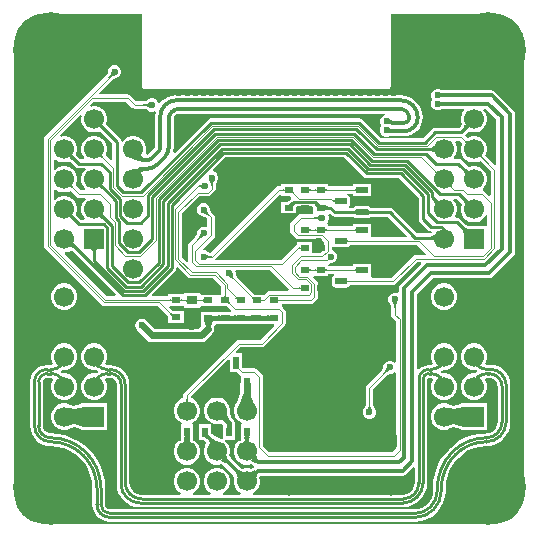
<source format=gbr>
%TF.GenerationSoftware,Altium Limited,Altium Designer,25.1.2 (22)*%
G04 Layer_Physical_Order=2*
G04 Layer_Color=16711680*
%FSLAX43Y43*%
%MOMM*%
%TF.SameCoordinates,C73E9825-E1A6-41E5-9903-38CA47DD4C8D*%
%TF.FilePolarity,Positive*%
%TF.FileFunction,Copper,L2,Bot,Signal*%
%TF.Part,Single*%
G01*
G75*
%TA.AperFunction,Conductor*%
%ADD10C,0.329*%
%TA.AperFunction,SMDPad,CuDef*%
%ADD11R,0.500X0.800*%
%ADD19R,0.800X0.500*%
%ADD30R,0.900X0.800*%
%TA.AperFunction,Conductor*%
%ADD32C,1.200*%
%ADD33C,0.110*%
%ADD35C,0.600*%
%ADD37C,0.254*%
%ADD38C,0.400*%
%TA.AperFunction,ComponentPad*%
G04:AMPARAMS|DCode=39|XSize=1.7mm|YSize=1.7mm|CornerRadius=0.85mm|HoleSize=0mm|Usage=FLASHONLY|Rotation=0.000|XOffset=0mm|YOffset=0mm|HoleType=Round|Shape=RoundedRectangle|*
%AMROUNDEDRECTD39*
21,1,1.700,0.000,0,0,0.0*
21,1,0.000,1.700,0,0,0.0*
1,1,1.700,0.000,0.000*
1,1,1.700,0.000,0.000*
1,1,1.700,0.000,0.000*
1,1,1.700,0.000,0.000*
%
%ADD39ROUNDEDRECTD39*%
%ADD40C,1.700*%
%ADD41R,1.700X1.700*%
G04:AMPARAMS|DCode=42|XSize=1.7mm|YSize=1.7mm|CornerRadius=0.85mm|HoleSize=0mm|Usage=FLASHONLY|Rotation=90.000|XOffset=0mm|YOffset=0mm|HoleType=Round|Shape=RoundedRectangle|*
%AMROUNDEDRECTD42*
21,1,1.700,0.000,0,0,90.0*
21,1,0.000,1.700,0,0,90.0*
1,1,1.700,0.000,0.000*
1,1,1.700,0.000,0.000*
1,1,1.700,0.000,0.000*
1,1,1.700,0.000,0.000*
%
%ADD42ROUNDEDRECTD42*%
%ADD43R,1.700X1.700*%
G04:AMPARAMS|DCode=44|XSize=1.1mm|YSize=1.7mm|CornerRadius=0.55mm|HoleSize=0mm|Usage=FLASHONLY|Rotation=0.000|XOffset=0mm|YOffset=0mm|HoleType=Round|Shape=RoundedRectangle|*
%AMROUNDEDRECTD44*
21,1,1.100,0.600,0,0,0.0*
21,1,0.000,1.700,0,0,0.0*
1,1,1.100,0.000,-0.300*
1,1,1.100,0.000,-0.300*
1,1,1.100,0.000,0.300*
1,1,1.100,0.000,0.300*
%
%ADD44ROUNDEDRECTD44*%
%ADD45C,1.000*%
%ADD46C,6.400*%
%TA.AperFunction,ViaPad*%
%ADD47C,0.600*%
%TA.AperFunction,Conductor*%
%ADD48C,0.213*%
%TA.AperFunction,SMDPad,CuDef*%
G04:AMPARAMS|DCode=49|XSize=1.057mm|YSize=0.532mm|CornerRadius=0.093mm|HoleSize=0mm|Usage=FLASHONLY|Rotation=270.000|XOffset=0mm|YOffset=0mm|HoleType=Round|Shape=RoundedRectangle|*
%AMROUNDEDRECTD49*
21,1,1.057,0.346,0,0,270.0*
21,1,0.871,0.532,0,0,270.0*
1,1,0.186,-0.173,-0.435*
1,1,0.186,-0.173,0.435*
1,1,0.186,0.173,0.435*
1,1,0.186,0.173,-0.435*
%
%ADD49ROUNDEDRECTD49*%
%ADD50R,0.532X1.057*%
%ADD51R,1.057X0.532*%
G04:AMPARAMS|DCode=52|XSize=1.057mm|YSize=0.532mm|CornerRadius=0.093mm|HoleSize=0mm|Usage=FLASHONLY|Rotation=180.000|XOffset=0mm|YOffset=0mm|HoleType=Round|Shape=RoundedRectangle|*
%AMROUNDEDRECTD52*
21,1,1.057,0.346,0,0,180.0*
21,1,0.871,0.532,0,0,180.0*
1,1,0.186,-0.435,0.173*
1,1,0.186,0.435,0.173*
1,1,0.186,0.435,-0.173*
1,1,0.186,-0.435,-0.173*
%
%ADD52ROUNDEDRECTD52*%
%TA.AperFunction,Conductor*%
%ADD53C,0.227*%
%ADD54C,0.227*%
G36*
X41507Y43548D02*
X41835Y43460D01*
X42149Y43330D01*
X42443Y43160D01*
X42713Y42953D01*
X42953Y42713D01*
X43160Y42443D01*
X43330Y42149D01*
X43460Y41835D01*
X43548Y41507D01*
X43592Y41170D01*
Y41000D01*
Y3000D01*
Y2830D01*
X43548Y2493D01*
X43460Y2165D01*
X43330Y1851D01*
X43160Y1557D01*
X42953Y1287D01*
X42713Y1047D01*
X42443Y840D01*
X42149Y670D01*
X41835Y540D01*
X41507Y452D01*
X41170Y408D01*
X2830D01*
X2493Y452D01*
X2165Y540D01*
X1851Y670D01*
X1557Y840D01*
X1287Y1047D01*
X1047Y1287D01*
X840Y1557D01*
X670Y1851D01*
X540Y2165D01*
X452Y2493D01*
X408Y2830D01*
Y3000D01*
Y41000D01*
Y41170D01*
X452Y41507D01*
X540Y41835D01*
X670Y42149D01*
X840Y42443D01*
X1047Y42713D01*
X1287Y42953D01*
X1557Y43160D01*
X1851Y43330D01*
X2165Y43460D01*
X2493Y43548D01*
X2830Y43592D01*
X11227D01*
Y37500D01*
X11247Y37401D01*
X11303Y37317D01*
X11387Y37261D01*
X11486Y37241D01*
X32025D01*
X32124Y37261D01*
X32208Y37317D01*
X32264Y37401D01*
X32284Y37500D01*
Y43592D01*
X41170D01*
X41507Y43548D01*
D02*
G37*
%LPC*%
G36*
X36945Y20764D02*
X36655D01*
X36374Y20689D01*
X36122Y20543D01*
X35917Y20338D01*
X35771Y20086D01*
X35696Y19805D01*
Y19515D01*
X35771Y19234D01*
X35917Y18982D01*
X36122Y18777D01*
X36374Y18631D01*
X36655Y18556D01*
X36945D01*
X37226Y18631D01*
X37478Y18777D01*
X37683Y18982D01*
X37829Y19234D01*
X37904Y19515D01*
Y19805D01*
X37829Y20086D01*
X37683Y20338D01*
X37478Y20543D01*
X37226Y20689D01*
X36945Y20764D01*
D02*
G37*
G36*
X4805D02*
X4515D01*
X4234Y20689D01*
X3982Y20543D01*
X3777Y20338D01*
X3631Y20086D01*
X3556Y19805D01*
Y19515D01*
X3631Y19234D01*
X3777Y18982D01*
X3982Y18777D01*
X4234Y18631D01*
X4515Y18556D01*
X4805D01*
X5086Y18631D01*
X5338Y18777D01*
X5543Y18982D01*
X5689Y19234D01*
X5764Y19515D01*
Y19805D01*
X5689Y20086D01*
X5543Y20338D01*
X5338Y20543D01*
X5086Y20689D01*
X4805Y20764D01*
D02*
G37*
G36*
X9035Y39229D02*
X8815D01*
X8611Y39145D01*
X8455Y38989D01*
X8371Y38785D01*
Y38740D01*
X8369Y38735D01*
X8364Y38690D01*
X8357Y38656D01*
X8347Y38623D01*
X8335Y38590D01*
X8320Y38557D01*
X8303Y38525D01*
X8282Y38492D01*
X8257Y38459D01*
X8229Y38425D01*
X8221Y38416D01*
X3044Y33239D01*
X2975Y33137D01*
X2951Y33016D01*
Y23957D01*
X2975Y23836D01*
X3044Y23734D01*
X7825Y18952D01*
X7927Y18884D01*
X8048Y18860D01*
X12570D01*
X13439Y17991D01*
X13471Y17927D01*
Y17396D01*
X14779D01*
Y18404D01*
X13948D01*
X13884Y18436D01*
X13551Y18769D01*
X13604Y18896D01*
X14776D01*
Y18671D01*
X16184D01*
Y18703D01*
X16206Y18821D01*
X17514D01*
Y18821D01*
X17586D01*
Y18821D01*
X18449D01*
X18814Y18456D01*
X18761Y18329D01*
X18647D01*
X18637Y18331D01*
X18633Y18330D01*
X18630Y18331D01*
X18622Y18329D01*
X17853D01*
X17843Y18331D01*
X17834Y18329D01*
X17815D01*
X17813Y18329D01*
X17812Y18329D01*
X17586D01*
Y18329D01*
X17514Y18329D01*
X17514Y18329D01*
X17267D01*
X17257Y18331D01*
X17253Y18330D01*
X17249Y18331D01*
X17241Y18329D01*
X16206D01*
Y17588D01*
X16204Y17578D01*
X16206Y17570D01*
X16205Y17561D01*
X16206Y17556D01*
Y17321D01*
X16218D01*
X16270Y17194D01*
X16014Y16938D01*
X12311D01*
X11624Y17624D01*
X11578Y17655D01*
X11539Y17695D01*
X11487Y17716D01*
X11441Y17747D01*
X11387Y17758D01*
X11335Y17779D01*
X11280D01*
X11225Y17790D01*
X11170Y17779D01*
X11115D01*
X11063Y17758D01*
X11009Y17747D01*
X10963Y17716D01*
X10911Y17695D01*
X10872Y17655D01*
X10826Y17624D01*
X10795Y17578D01*
X10755Y17539D01*
X10734Y17487D01*
X10703Y17441D01*
X10692Y17387D01*
X10671Y17335D01*
Y17280D01*
X10660Y17225D01*
X10671Y17170D01*
Y17115D01*
X10692Y17063D01*
X10703Y17009D01*
X10734Y16963D01*
X10755Y16911D01*
X10795Y16872D01*
X10826Y16826D01*
X11678Y15974D01*
X11678Y15974D01*
X11861Y15851D01*
X12077Y15808D01*
X12077Y15808D01*
X16248D01*
X16248Y15808D01*
X16464Y15851D01*
X16647Y15974D01*
X17199Y16526D01*
X17322Y16709D01*
X17365Y16925D01*
X17324Y17129D01*
X17402Y17286D01*
X17514Y17321D01*
X17586D01*
Y17321D01*
X17641Y17321D01*
X17812D01*
X17813Y17321D01*
X17815Y17321D01*
X17834D01*
X17843Y17319D01*
X17853Y17321D01*
X18622D01*
X18630Y17319D01*
X18633Y17320D01*
X18637Y17319D01*
X18647Y17321D01*
X18894D01*
X18894Y17321D01*
X18967D01*
Y17321D01*
X19021Y17321D01*
X19192D01*
X19193Y17321D01*
X19196Y17321D01*
X19214D01*
X19224Y17319D01*
X19233Y17321D01*
X20002D01*
X20010Y17319D01*
X20014Y17320D01*
X20018Y17319D01*
X20027Y17321D01*
X20275D01*
X20275Y17321D01*
X20347D01*
Y17321D01*
X20402Y17321D01*
X20572D01*
X20574Y17321D01*
X20576Y17321D01*
X20594D01*
X20604Y17319D01*
X20614Y17321D01*
X21382D01*
X21390Y17319D01*
X21394Y17320D01*
X21398Y17319D01*
X21408Y17321D01*
X21655D01*
X21655Y17321D01*
X21774Y17323D01*
Y17323D01*
X22000D01*
X22003Y17323D01*
X22007Y17323D01*
X22022D01*
X22032Y17321D01*
X22041Y17323D01*
X22406D01*
X22455Y17206D01*
X21224Y15975D01*
X19420D01*
X19300Y15951D01*
X19198Y15883D01*
X14817Y11503D01*
X14749Y11401D01*
X14725Y11280D01*
Y11059D01*
X14614Y11029D01*
X14362Y10883D01*
X14157Y10678D01*
X14011Y10426D01*
X13936Y10145D01*
Y9855D01*
X14011Y9574D01*
X14157Y9322D01*
X14362Y9117D01*
X14597Y8981D01*
X14598Y8971D01*
X14536Y8854D01*
X14536D01*
Y7813D01*
X14534Y7803D01*
X14536Y7793D01*
Y7775D01*
X14536Y7773D01*
X14536Y7771D01*
Y7546D01*
X14441Y7469D01*
X14362Y7423D01*
X14157Y7218D01*
X14011Y6966D01*
X13936Y6685D01*
Y6395D01*
X14011Y6114D01*
X14157Y5862D01*
X14362Y5657D01*
X14614Y5511D01*
X14895Y5436D01*
X15185D01*
X15466Y5511D01*
X15718Y5657D01*
X15923Y5862D01*
X16069Y6114D01*
X16144Y6395D01*
Y6685D01*
X16069Y6966D01*
X15923Y7218D01*
X15718Y7423D01*
X15639Y7469D01*
X15544Y7546D01*
Y7771D01*
X15544Y7773D01*
X15544Y7775D01*
Y7793D01*
X15546Y7803D01*
X15544Y7813D01*
Y8854D01*
X15544D01*
X15482Y8971D01*
X15483Y8981D01*
X15718Y9117D01*
X15923Y9322D01*
X16069Y9574D01*
X16144Y9855D01*
Y10145D01*
X16069Y10426D01*
X15923Y10678D01*
X15718Y10883D01*
X15466Y11029D01*
X15407Y11045D01*
X15386Y11181D01*
X18533Y14328D01*
X18650Y14279D01*
Y13279D01*
X19245D01*
X19467Y13057D01*
X19570Y12989D01*
X19572Y12988D01*
X19630Y12847D01*
X19620Y12832D01*
X19593Y12696D01*
Y12452D01*
X19555Y12261D01*
Y11424D01*
X19299Y10740D01*
X19237Y10678D01*
X19091Y10426D01*
X19016Y10145D01*
Y9855D01*
X19091Y9574D01*
X19237Y9322D01*
X19442Y9117D01*
X19677Y8981D01*
X19678Y8971D01*
X19616Y8854D01*
X19616D01*
Y7813D01*
X19614Y7803D01*
X19616Y7793D01*
Y7546D01*
X19616Y7546D01*
X19616D01*
X19519Y7468D01*
X19442Y7423D01*
X19237Y7218D01*
X19091Y6966D01*
X19016Y6685D01*
Y6395D01*
X19091Y6114D01*
X19237Y5862D01*
X19442Y5657D01*
X19694Y5511D01*
X19975Y5436D01*
X20265D01*
X20432Y5481D01*
X20671Y5385D01*
X20705Y5351D01*
X20719Y5287D01*
Y5253D01*
X20705Y5189D01*
X20671Y5155D01*
X20432Y5059D01*
X20265Y5104D01*
X19975D01*
X19808Y5059D01*
X19569Y5155D01*
X18735Y5989D01*
X18639Y6228D01*
X18684Y6395D01*
Y6685D01*
X18609Y6966D01*
X18463Y7218D01*
X18262Y7419D01*
X18263Y7439D01*
X18300Y7546D01*
X19124D01*
Y8587D01*
X19126Y8597D01*
X19126Y8598D01*
X19126Y8599D01*
X19124Y8608D01*
Y8854D01*
X19124D01*
X19082Y8964D01*
X19048Y9137D01*
X18947Y9287D01*
X18947Y9287D01*
X18802Y9432D01*
X18662Y9772D01*
X18684Y9855D01*
Y10145D01*
X18609Y10426D01*
X18463Y10678D01*
X18258Y10883D01*
X18006Y11029D01*
X17725Y11104D01*
X17435D01*
X17154Y11029D01*
X16902Y10883D01*
X16697Y10678D01*
X16551Y10426D01*
X16476Y10145D01*
Y9855D01*
X16551Y9574D01*
X16697Y9322D01*
X16902Y9117D01*
X17154Y8971D01*
X17435Y8896D01*
X17725D01*
X17947Y8955D01*
X17967Y8943D01*
X18050Y8875D01*
X18116Y8809D01*
Y8608D01*
X18114Y8599D01*
X18114Y8598D01*
X18114Y8597D01*
X18116Y8587D01*
Y7652D01*
X18049Y7601D01*
X17989Y7573D01*
X17725Y7644D01*
X17723D01*
X17376Y7818D01*
X17147Y8047D01*
X17095Y8103D01*
X17060Y8147D01*
X17044Y8169D01*
Y8259D01*
X17046Y8269D01*
X17044Y8279D01*
Y8854D01*
X16036D01*
Y7546D01*
X16311D01*
X16321Y7544D01*
X16331Y7546D01*
X16421D01*
X16440Y7532D01*
X16529Y7457D01*
X16732Y7254D01*
X16697Y7218D01*
X16551Y6966D01*
X16476Y6685D01*
Y6395D01*
X16551Y6114D01*
X16697Y5862D01*
X16902Y5657D01*
X17154Y5511D01*
X17435Y5436D01*
X17725D01*
X17892Y5481D01*
X18131Y5385D01*
X18965Y4551D01*
X19061Y4312D01*
X19016Y4145D01*
Y3855D01*
X19091Y3574D01*
X19237Y3322D01*
X19442Y3117D01*
X19610Y3020D01*
X19576Y2893D01*
X18124D01*
X18090Y3020D01*
X18258Y3117D01*
X18463Y3322D01*
X18609Y3574D01*
X18684Y3855D01*
Y4145D01*
X18609Y4426D01*
X18463Y4678D01*
X18258Y4883D01*
X18006Y5029D01*
X17725Y5104D01*
X17435D01*
X17154Y5029D01*
X16902Y4883D01*
X16697Y4678D01*
X16551Y4426D01*
X16476Y4145D01*
Y3855D01*
X16551Y3574D01*
X16697Y3322D01*
X16902Y3117D01*
X17070Y3020D01*
X17036Y2893D01*
X15584D01*
X15550Y3020D01*
X15718Y3117D01*
X15923Y3322D01*
X16069Y3574D01*
X16144Y3855D01*
Y4145D01*
X16069Y4426D01*
X15923Y4678D01*
X15718Y4883D01*
X15466Y5029D01*
X15185Y5104D01*
X14895D01*
X14614Y5029D01*
X14362Y4883D01*
X14157Y4678D01*
X14011Y4426D01*
X13936Y4145D01*
Y3855D01*
X14011Y3574D01*
X14157Y3322D01*
X14362Y3117D01*
X14530Y3020D01*
X14496Y2893D01*
X11201D01*
X11191Y2891D01*
X10933Y2925D01*
X10683Y3028D01*
X10469Y3192D01*
X10305Y3407D01*
X10201Y3656D01*
X10167Y3914D01*
X10169Y3924D01*
Y12238D01*
X10170D01*
X10139Y12553D01*
X10047Y12855D01*
X9899Y13133D01*
X9698Y13377D01*
X9455Y13577D01*
X9176Y13726D01*
X8874Y13817D01*
X8560Y13848D01*
Y13848D01*
X8300D01*
X8298Y13847D01*
X8205Y13859D01*
X8138Y13996D01*
X8139Y13998D01*
X8229Y14154D01*
X8304Y14435D01*
Y14725D01*
X8229Y15006D01*
X8083Y15258D01*
X7878Y15463D01*
X7626Y15609D01*
X7345Y15684D01*
X7055D01*
X6774Y15609D01*
X6522Y15463D01*
X6317Y15258D01*
X6171Y15006D01*
X6096Y14725D01*
Y14435D01*
X6171Y14154D01*
X6317Y13902D01*
X6522Y13697D01*
X6774Y13551D01*
X7055Y13476D01*
X7324D01*
X7327Y13475D01*
X7382Y13437D01*
X7414Y13413D01*
X7438Y13401D01*
X7473Y13373D01*
Y13247D01*
X7438Y13219D01*
X7414Y13207D01*
X7380Y13180D01*
X7353Y13161D01*
X7330Y13147D01*
X7324Y13144D01*
X7055D01*
X6774Y13069D01*
X6522Y12923D01*
X6317Y12718D01*
X6171Y12466D01*
X6096Y12185D01*
Y11895D01*
X6171Y11614D01*
X6317Y11362D01*
X6522Y11157D01*
X6774Y11011D01*
X7055Y10936D01*
X7345D01*
X7626Y11011D01*
X7878Y11157D01*
X8083Y11362D01*
X8229Y11614D01*
X8304Y11895D01*
Y12185D01*
X8229Y12466D01*
X8139Y12622D01*
X8138Y12624D01*
X8205Y12761D01*
X8298Y12773D01*
X8300Y12772D01*
X8560D01*
X8572Y12775D01*
X8766Y12736D01*
X8941Y12619D01*
X9058Y12445D01*
X9097Y12250D01*
X9094Y12238D01*
Y3783D01*
X9092D01*
X9130Y3399D01*
X9242Y3030D01*
X9423Y2690D01*
X9668Y2392D01*
X9966Y2147D01*
X10307Y1965D01*
X10676Y1853D01*
X11060Y1815D01*
Y1817D01*
X33333D01*
Y1815D01*
X33735Y1854D01*
X34121Y1971D01*
X34477Y2162D01*
X34789Y2418D01*
X35045Y2730D01*
X35236Y3086D01*
X35353Y3472D01*
X35392Y3874D01*
X35389D01*
Y12662D01*
X35388Y12667D01*
X35420Y12742D01*
X35495Y12773D01*
X35500Y12772D01*
X35700D01*
X35702Y12773D01*
X35795Y12761D01*
X35862Y12624D01*
X35861Y12622D01*
X35771Y12466D01*
X35696Y12185D01*
Y11895D01*
X35771Y11614D01*
X35917Y11362D01*
X36122Y11157D01*
X36374Y11011D01*
X36655Y10936D01*
X36945D01*
X37226Y11011D01*
X37478Y11157D01*
X37683Y11362D01*
X37829Y11614D01*
X37904Y11895D01*
Y12185D01*
X37829Y12466D01*
X37683Y12718D01*
X37478Y12923D01*
X37226Y13069D01*
X36945Y13144D01*
X36676D01*
X36673Y13145D01*
X36618Y13183D01*
X36586Y13207D01*
X36562Y13219D01*
X36527Y13247D01*
Y13328D01*
X36551Y13388D01*
X36775Y13476D01*
X36945D01*
X37226Y13551D01*
X37478Y13697D01*
X37683Y13902D01*
X37829Y14154D01*
X37904Y14435D01*
Y14725D01*
X37829Y15006D01*
X37683Y15258D01*
X37478Y15463D01*
X37226Y15609D01*
X36945Y15684D01*
X36655D01*
X36374Y15609D01*
X36122Y15463D01*
X35917Y15258D01*
X35771Y15006D01*
X35696Y14725D01*
Y14435D01*
X35771Y14154D01*
X35861Y13998D01*
X35862Y13996D01*
X35795Y13859D01*
X35702Y13847D01*
X35700Y13848D01*
X35500D01*
Y13851D01*
X35192Y13810D01*
X34906Y13691D01*
X34676Y13515D01*
X34549Y13546D01*
Y19891D01*
X35878Y21220D01*
X40610D01*
X40773Y21252D01*
X40912Y21345D01*
X42687Y23120D01*
X42780Y23259D01*
X42812Y23422D01*
Y35144D01*
X42780Y35308D01*
X42687Y35446D01*
X41132Y37002D01*
X40993Y37094D01*
X40830Y37127D01*
X38210D01*
X38210Y37127D01*
X36657D01*
X36614Y37170D01*
X36410Y37254D01*
X36190D01*
X35986Y37170D01*
X35830Y37014D01*
X35746Y36810D01*
Y36590D01*
X35830Y36386D01*
X35880Y36336D01*
X35830Y36287D01*
X35746Y36083D01*
Y35863D01*
X35830Y35659D01*
X35986Y35503D01*
X36190Y35419D01*
X36410D01*
X36614Y35503D01*
X36673Y35563D01*
X38502D01*
X38505Y35559D01*
X38554Y35436D01*
X38457Y35338D01*
X38311Y35086D01*
X38236Y34805D01*
Y34515D01*
X38307Y34251D01*
X38259Y34128D01*
X38081Y33950D01*
X36062D01*
X35913Y33921D01*
X35787Y33836D01*
X35027Y33076D01*
X31488D01*
X29925Y34640D01*
X29799Y34724D01*
X29650Y34754D01*
X29612Y34746D01*
X17130D01*
X17061Y34760D01*
X16913Y34730D01*
X16786Y34646D01*
X13994Y31853D01*
X13873Y31912D01*
X13901Y32119D01*
X13916Y32236D01*
X13914Y32241D01*
X13912Y32367D01*
Y34616D01*
X13909Y34630D01*
X13947Y34818D01*
X14061Y34989D01*
X14232Y35103D01*
X14420Y35141D01*
X14434Y35138D01*
X31772D01*
X31797Y35011D01*
X31661Y34954D01*
X31505Y34798D01*
X31421Y34595D01*
Y34374D01*
X31505Y34171D01*
X31555Y34121D01*
X31505Y34071D01*
X31421Y33868D01*
Y33647D01*
X31505Y33444D01*
X31661Y33288D01*
X31865Y33204D01*
X32085D01*
X32126Y33221D01*
X32166Y33213D01*
X33400D01*
X33404Y33214D01*
X33714Y33244D01*
X34017Y33336D01*
X34296Y33485D01*
X34540Y33685D01*
X34740Y33929D01*
X34889Y34208D01*
X34981Y34511D01*
X35011Y34821D01*
X35012Y34825D01*
X35013D01*
X34977Y35191D01*
X34870Y35544D01*
X34697Y35868D01*
X34463Y36153D01*
X34179Y36386D01*
X33854Y36560D01*
X33502Y36667D01*
X33135Y36703D01*
Y36702D01*
X14140D01*
Y36702D01*
X13790Y36668D01*
X13454Y36566D01*
X13144Y36400D01*
X12873Y36177D01*
X12746Y36023D01*
X12603Y36049D01*
X12545Y36189D01*
X12389Y36345D01*
X12185Y36429D01*
X11965D01*
X11761Y36345D01*
X11729Y36313D01*
X11724Y36310D01*
X11689Y36283D01*
X11660Y36264D01*
X11630Y36247D01*
X11598Y36232D01*
X11564Y36219D01*
X11529Y36209D01*
X11491Y36200D01*
X11450Y36194D01*
X11406Y36190D01*
X11394Y36190D01*
X10751D01*
X10258Y36683D01*
X10156Y36751D01*
X10036Y36775D01*
X7636D01*
X7588Y36892D01*
X8666Y37971D01*
X8675Y37979D01*
X8709Y38007D01*
X8742Y38032D01*
X8775Y38053D01*
X8807Y38070D01*
X8840Y38085D01*
X8873Y38097D01*
X8906Y38107D01*
X8940Y38114D01*
X8985Y38119D01*
X8990Y38121D01*
X9035D01*
X9239Y38205D01*
X9395Y38361D01*
X9479Y38565D01*
Y38785D01*
X9395Y38989D01*
X9239Y39145D01*
X9035Y39229D01*
D02*
G37*
G36*
X39485Y15684D02*
X39195D01*
X38914Y15609D01*
X38662Y15463D01*
X38457Y15258D01*
X38311Y15006D01*
X38236Y14725D01*
Y14435D01*
X38311Y14154D01*
X38457Y13902D01*
X38662Y13697D01*
X38914Y13551D01*
X39195Y13476D01*
X39475D01*
X39477Y13475D01*
X39533Y13438D01*
X39566Y13414D01*
X39586Y13404D01*
X39598Y13395D01*
X39601Y13244D01*
X39597Y13236D01*
X39365Y13144D01*
X39195D01*
X38914Y13069D01*
X38662Y12923D01*
X38457Y12718D01*
X38311Y12466D01*
X38236Y12185D01*
Y11895D01*
X38311Y11614D01*
X38457Y11362D01*
X38662Y11157D01*
X38914Y11011D01*
X39195Y10936D01*
X39485D01*
X39766Y11011D01*
X40018Y11157D01*
X40223Y11362D01*
X40369Y11614D01*
X40444Y11895D01*
Y12185D01*
X40369Y12466D01*
X40279Y12622D01*
X40278Y12624D01*
X40345Y12761D01*
X40438Y12773D01*
X40440Y12772D01*
X40611D01*
X40613Y12773D01*
X40804Y12748D01*
X40985Y12673D01*
X41139Y12554D01*
X41258Y12400D01*
X41333Y12219D01*
X41358Y12028D01*
X41357Y12026D01*
Y9038D01*
X41357Y9038D01*
X41357Y9035D01*
X41359Y9028D01*
X41327Y8785D01*
X41230Y8551D01*
X41075Y8349D01*
X40873Y8194D01*
X40639Y8097D01*
X40518Y8081D01*
X40514Y8081D01*
X40389Y8085D01*
X40389Y8085D01*
X40382Y8069D01*
X40266Y8061D01*
X39812Y8031D01*
X39246Y7919D01*
X38700Y7733D01*
X38183Y7478D01*
X37704Y7158D01*
X37362Y6858D01*
X37360Y6857D01*
X37267Y6775D01*
X37189Y6686D01*
X36855Y6306D01*
X36507Y5784D01*
X36229Y5222D01*
X36028Y4628D01*
X35905Y4013D01*
X35872Y3510D01*
X35864Y3387D01*
X35864Y3385D01*
X35868Y3258D01*
Y3194D01*
X35869Y3188D01*
X35840Y2896D01*
X35753Y2609D01*
X35612Y2345D01*
X35422Y2113D01*
X35190Y1923D01*
X34926Y1782D01*
X34639Y1695D01*
X34347Y1666D01*
X34341Y1668D01*
X8505D01*
X8500Y1667D01*
X8356Y1695D01*
X8230Y1780D01*
X8145Y1906D01*
X8117Y2050D01*
X8118Y2055D01*
Y3450D01*
X8120D01*
X8081Y4053D01*
X7963Y4646D01*
X7769Y5218D01*
X7501Y5760D01*
X7166Y6263D01*
X6767Y6717D01*
X6313Y7116D01*
X5810Y7451D01*
X5268Y7719D01*
X4696Y7913D01*
X4103Y8031D01*
X3500Y8070D01*
Y8070D01*
X3497Y8068D01*
X3330Y8090D01*
X3171Y8156D01*
X3035Y8260D01*
X2931Y8396D01*
X2865Y8555D01*
X2843Y8725D01*
X2843D01*
Y12455D01*
X2842Y12456D01*
X2866Y12577D01*
X2935Y12680D01*
X3038Y12749D01*
X3159Y12773D01*
X3160Y12772D01*
X3560D01*
X3562Y12773D01*
X3655Y12761D01*
X3722Y12624D01*
X3721Y12622D01*
X3631Y12466D01*
X3556Y12185D01*
Y11895D01*
X3631Y11614D01*
X3777Y11362D01*
X3982Y11157D01*
X4234Y11011D01*
X4515Y10936D01*
X4805D01*
X5086Y11011D01*
X5338Y11157D01*
X5543Y11362D01*
X5689Y11614D01*
X5764Y11895D01*
Y12185D01*
X5689Y12466D01*
X5543Y12718D01*
X5338Y12923D01*
X5086Y13069D01*
X4805Y13144D01*
X4536D01*
X4533Y13145D01*
X4478Y13183D01*
X4446Y13207D01*
X4422Y13219D01*
X4387Y13247D01*
Y13373D01*
X4422Y13401D01*
X4446Y13413D01*
X4480Y13440D01*
X4507Y13459D01*
X4530Y13473D01*
X4536Y13476D01*
X4805D01*
X5086Y13551D01*
X5338Y13697D01*
X5543Y13902D01*
X5689Y14154D01*
X5764Y14435D01*
Y14725D01*
X5689Y15006D01*
X5543Y15258D01*
X5338Y15463D01*
X5086Y15609D01*
X4805Y15684D01*
X4515D01*
X4234Y15609D01*
X3982Y15463D01*
X3777Y15258D01*
X3631Y15006D01*
X3556Y14725D01*
Y14435D01*
X3631Y14154D01*
X3721Y13998D01*
X3722Y13996D01*
X3655Y13859D01*
X3562Y13847D01*
X3560Y13848D01*
X3160D01*
Y13852D01*
X2798Y13805D01*
X2461Y13665D01*
X2172Y13443D01*
X1950Y13154D01*
X1810Y12817D01*
X1763Y12455D01*
X1768D01*
Y8725D01*
X1766D01*
X1800Y8387D01*
X1898Y8061D01*
X2058Y7762D01*
X2274Y7499D01*
X2537Y7283D01*
X2836Y7123D01*
X3162Y7025D01*
X3500Y6991D01*
Y6991D01*
X3626Y6988D01*
X4055Y6954D01*
X4596Y6824D01*
X5111Y6611D01*
X5585Y6320D01*
X6009Y5959D01*
X6370Y5535D01*
X6661Y5061D01*
X6874Y4546D01*
X7004Y4005D01*
X7046Y3469D01*
X7043Y3450D01*
Y2055D01*
X7037D01*
X7087Y1675D01*
X7234Y1321D01*
X7467Y1017D01*
X7771Y784D01*
X8125Y637D01*
X8505Y587D01*
Y592D01*
X34341D01*
Y587D01*
X34849Y637D01*
X35339Y785D01*
X35789Y1026D01*
X36184Y1351D01*
X36509Y1746D01*
X36750Y2196D01*
X36898Y2686D01*
X36948Y3194D01*
X36943D01*
Y3385D01*
X36942Y3386D01*
X36943Y3387D01*
X36943Y3387D01*
X36947Y3512D01*
X36983Y3969D01*
X37119Y4537D01*
X37342Y5077D01*
X37648Y5575D01*
X37944Y5922D01*
X38029Y6013D01*
X38030Y6014D01*
X38030Y6014D01*
X38040Y6028D01*
X38427Y6359D01*
X38873Y6633D01*
X39357Y6833D01*
X39866Y6955D01*
X40262Y6986D01*
X40388Y6989D01*
Y6989D01*
X40786Y7028D01*
X41171Y7145D01*
X41525Y7334D01*
X41835Y7589D01*
X42090Y7899D01*
X42279Y8253D01*
X42396Y8638D01*
X42435Y9034D01*
X42435D01*
X42432Y9037D01*
Y12167D01*
X42434D01*
X42401Y12499D01*
X42304Y12818D01*
X42147Y13112D01*
X41935Y13370D01*
X41677Y13582D01*
X41383Y13739D01*
X41064Y13836D01*
X40732Y13869D01*
Y13868D01*
X40420D01*
X40419Y13867D01*
X40355Y13876D01*
X40287Y14013D01*
X40369Y14154D01*
X40444Y14435D01*
Y14725D01*
X40369Y15006D01*
X40223Y15258D01*
X40018Y15463D01*
X39766Y15609D01*
X39485Y15684D01*
D02*
G37*
G36*
X38493Y10606D02*
X38483Y10604D01*
X38236D01*
Y10558D01*
X37577Y10423D01*
X37470Y10443D01*
X37374Y10467D01*
X37298Y10492D01*
X37268Y10505D01*
X37226Y10529D01*
X36945Y10604D01*
X36655D01*
X36374Y10529D01*
X36122Y10383D01*
X35917Y10178D01*
X35771Y9926D01*
X35696Y9645D01*
Y9355D01*
X35771Y9074D01*
X35917Y8822D01*
X36122Y8617D01*
X36374Y8471D01*
X36655Y8396D01*
X36945D01*
X37226Y8471D01*
X37268Y8495D01*
X37298Y8508D01*
X37371Y8532D01*
X37578Y8577D01*
X38236Y8442D01*
Y8396D01*
X38483D01*
X38493Y8394D01*
X38503Y8396D01*
X40444D01*
Y10604D01*
X38503D01*
X38493Y10606D01*
D02*
G37*
G36*
X6353D02*
X6343Y10604D01*
X6096D01*
Y10558D01*
X5437Y10423D01*
X5330Y10443D01*
X5234Y10467D01*
X5158Y10492D01*
X5128Y10505D01*
X5086Y10529D01*
X4805Y10604D01*
X4515D01*
X4234Y10529D01*
X3982Y10383D01*
X3777Y10178D01*
X3631Y9926D01*
X3556Y9645D01*
Y9355D01*
X3631Y9074D01*
X3777Y8822D01*
X3982Y8617D01*
X4234Y8471D01*
X4515Y8396D01*
X4805D01*
X5086Y8471D01*
X5128Y8495D01*
X5158Y8508D01*
X5231Y8532D01*
X5438Y8577D01*
X6096Y8442D01*
Y8396D01*
X6343D01*
X6353Y8394D01*
X6363Y8396D01*
X8304D01*
Y10604D01*
X6363D01*
X6353Y10606D01*
D02*
G37*
%LPD*%
G36*
X8952Y38376D02*
X8898Y38369D01*
X8845Y38358D01*
X8793Y38344D01*
X8742Y38325D01*
X8692Y38302D01*
X8643Y38276D01*
X8595Y38245D01*
X8549Y38211D01*
X8503Y38173D01*
X8458Y38131D01*
X8381Y38208D01*
X8423Y38253D01*
X8461Y38299D01*
X8495Y38345D01*
X8526Y38393D01*
X8552Y38442D01*
X8575Y38492D01*
X8594Y38543D01*
X8608Y38595D01*
X8619Y38648D01*
X8626Y38702D01*
X8952Y38376D01*
D02*
G37*
G36*
X11883Y35645D02*
X11840Y35678D01*
X11795Y35708D01*
X11747Y35734D01*
X11698Y35757D01*
X11647Y35776D01*
X11594Y35792D01*
X11538Y35804D01*
X11481Y35813D01*
X11421Y35818D01*
X11360Y35820D01*
Y35930D01*
X11421Y35932D01*
X11481Y35937D01*
X11538Y35946D01*
X11594Y35958D01*
X11647Y35974D01*
X11698Y35993D01*
X11747Y36016D01*
X11795Y36042D01*
X11840Y36072D01*
X11883Y36105D01*
Y35645D01*
D02*
G37*
G36*
X38949Y33912D02*
X38657Y33798D01*
X38478Y33977D01*
X38592Y34269D01*
X38949Y33912D01*
D02*
G37*
G36*
X7933Y34251D02*
X7924Y34229D01*
X7921Y34206D01*
X7924Y34180D01*
X7932Y34152D01*
X7947Y34122D01*
X7967Y34089D01*
X7993Y34054D01*
X8024Y34017D01*
X8062Y33977D01*
X7883Y33798D01*
X7843Y33835D01*
X7806Y33867D01*
X7771Y33893D01*
X7738Y33913D01*
X7708Y33928D01*
X7680Y33936D01*
X7654Y33939D01*
X7631Y33936D01*
X7609Y33927D01*
X7591Y33912D01*
X7948Y34269D01*
X7933Y34251D01*
D02*
G37*
G36*
X41248Y34673D02*
Y30823D01*
X41131Y30775D01*
X40311Y31594D01*
X40369Y31694D01*
X40444Y31975D01*
Y32265D01*
X40369Y32546D01*
X40223Y32798D01*
X40018Y33003D01*
X39766Y33149D01*
X39485Y33224D01*
X39195D01*
X38914Y33149D01*
X38814Y33091D01*
X38567Y33338D01*
X38808Y33579D01*
X38931Y33627D01*
X39195Y33556D01*
X39485D01*
X39766Y33631D01*
X40018Y33777D01*
X40223Y33982D01*
X40369Y34234D01*
X40444Y34515D01*
Y34805D01*
X40369Y35086D01*
X40223Y35338D01*
X40126Y35436D01*
X40178Y35563D01*
X40359D01*
X41248Y34673D01*
D02*
G37*
G36*
X32250Y33888D02*
X32272Y33870D01*
X32301Y33855D01*
X32336Y33841D01*
X32379Y33830D01*
X32428Y33821D01*
X32484Y33814D01*
X32615Y33805D01*
X32691Y33804D01*
X32671Y33475D01*
X32124Y33497D01*
X32235Y33907D01*
X32250Y33888D01*
D02*
G37*
G36*
X38825Y32790D02*
X38670Y32635D01*
X38626Y32756D01*
X38704Y32834D01*
X38825Y32790D01*
D02*
G37*
G36*
X35995Y31867D02*
X35708Y31993D01*
Y32247D01*
X35995Y32373D01*
Y31867D01*
D02*
G37*
G36*
X10398Y35652D02*
X10500Y35584D01*
X10621Y35560D01*
X11394D01*
X11406Y35560D01*
X11450Y35556D01*
X11491Y35550D01*
X11529Y35541D01*
X11564Y35531D01*
X11598Y35518D01*
X11630Y35503D01*
X11660Y35486D01*
X11689Y35467D01*
X11724Y35440D01*
X11729Y35437D01*
X11761Y35405D01*
X11965Y35321D01*
X12185D01*
X12280Y35360D01*
X12384Y35266D01*
X12382Y35259D01*
X12348Y34910D01*
X12348D01*
Y33925D01*
X12348Y32281D01*
X11741Y31675D01*
X11636Y31684D01*
X11557Y31799D01*
X11604Y31975D01*
Y32265D01*
X11529Y32546D01*
X11383Y32798D01*
X11178Y33003D01*
X10926Y33149D01*
X10645Y33224D01*
X10355D01*
X10074Y33149D01*
X9822Y33003D01*
X9617Y32798D01*
X9601Y32771D01*
X9474Y32804D01*
X9451Y32916D01*
X9367Y33042D01*
X8209Y34200D01*
X8229Y34234D01*
X8304Y34515D01*
Y34805D01*
X8229Y35086D01*
X8083Y35338D01*
X7878Y35543D01*
X7626Y35689D01*
X7345Y35764D01*
X7055D01*
X6897Y35722D01*
X6831Y35836D01*
X7140Y36145D01*
X9905D01*
X10398Y35652D01*
D02*
G37*
G36*
X40004Y31596D02*
X40000Y31587D01*
X39998Y31577D01*
X39999Y31567D01*
X40002Y31555D01*
X40008Y31542D01*
X40016Y31529D01*
X40026Y31515D01*
X40039Y31500D01*
X40054Y31484D01*
X39976Y31406D01*
X39960Y31421D01*
X39945Y31434D01*
X39931Y31444D01*
X39918Y31452D01*
X39905Y31458D01*
X39893Y31461D01*
X39883Y31462D01*
X39873Y31460D01*
X39864Y31456D01*
X39855Y31450D01*
X40010Y31605D01*
X40004Y31596D01*
D02*
G37*
G36*
X7914Y31484D02*
X7836Y31406D01*
X7715Y31450D01*
X7870Y31605D01*
X7914Y31484D01*
D02*
G37*
G36*
X5393Y31711D02*
X5384Y31689D01*
X5381Y31666D01*
X5384Y31640D01*
X5392Y31612D01*
X5407Y31582D01*
X5427Y31549D01*
X5453Y31514D01*
X5484Y31477D01*
X5522Y31437D01*
X5343Y31258D01*
X5051Y31372D01*
X5408Y31729D01*
X5393Y31711D01*
D02*
G37*
G36*
X6138Y34963D02*
X6096Y34805D01*
Y34515D01*
X6171Y34234D01*
X6317Y33982D01*
X6522Y33777D01*
X6774Y33631D01*
X7055Y33556D01*
X7345D01*
X7626Y33631D01*
X7660Y33651D01*
X8704Y32607D01*
Y31227D01*
X8587Y31179D01*
X8171Y31594D01*
X8229Y31694D01*
X8304Y31975D01*
Y32265D01*
X8229Y32546D01*
X8083Y32798D01*
X7878Y33003D01*
X7626Y33149D01*
X7345Y33224D01*
X7055D01*
X6774Y33149D01*
X6522Y33003D01*
X6317Y32798D01*
X6171Y32546D01*
X6096Y32265D01*
Y31975D01*
X6171Y31694D01*
X6317Y31442D01*
X6334Y31425D01*
X6285Y31308D01*
X6022D01*
X5669Y31660D01*
X5689Y31694D01*
X5764Y31975D01*
Y32265D01*
X5689Y32546D01*
X5543Y32798D01*
X5338Y33003D01*
X5086Y33149D01*
X4805Y33224D01*
X4515D01*
X4357Y33182D01*
X4291Y33296D01*
X6024Y35029D01*
X6138Y34963D01*
D02*
G37*
G36*
X11354Y31372D02*
X10993Y31126D01*
X10927Y31156D01*
X10700Y31240D01*
X10652Y31253D01*
X10569Y31269D01*
X10533Y31272D01*
X10500Y31271D01*
X11170Y31604D01*
X11354Y31372D01*
D02*
G37*
G36*
X11354Y30328D02*
X11291Y30298D01*
X11195Y30242D01*
X11162Y30216D01*
X11139Y30192D01*
X11125Y30170D01*
X11121Y30149D01*
X11128Y30130D01*
X11144Y30112D01*
X11170Y30096D01*
X10500Y30429D01*
X10533Y30428D01*
X10569Y30431D01*
X10609Y30438D01*
X10652Y30447D01*
X10751Y30476D01*
X10806Y30496D01*
X10993Y30574D01*
X11354Y30328D01*
D02*
G37*
G36*
X36233Y30205D02*
X36091Y30038D01*
X36097Y30047D01*
X36101Y30057D01*
X36102Y30067D01*
X36100Y30078D01*
X36097Y30090D01*
X36091Y30104D01*
X36082Y30117D01*
X36071Y30132D01*
X36058Y30148D01*
X36042Y30164D01*
X36114Y30248D01*
X36233Y30205D01*
D02*
G37*
G36*
X38949Y30328D02*
X38592Y29971D01*
X38478Y30263D01*
X38657Y30442D01*
X38949Y30328D01*
D02*
G37*
G36*
X17347Y29465D02*
X17317Y29420D01*
X17291Y29372D01*
X17268Y29323D01*
X17249Y29272D01*
X17233Y29219D01*
X17221Y29163D01*
X17212Y29106D01*
X17207Y29046D01*
X17205Y28985D01*
X17095D01*
X17093Y29046D01*
X17088Y29106D01*
X17079Y29163D01*
X17067Y29219D01*
X17051Y29272D01*
X17032Y29323D01*
X17009Y29372D01*
X16983Y29420D01*
X16953Y29465D01*
X16920Y29508D01*
X17380D01*
X17347Y29465D01*
D02*
G37*
G36*
X37464Y29056D02*
X37460Y29047D01*
X37458Y29037D01*
X37459Y29027D01*
X37462Y29015D01*
X37468Y29002D01*
X37476Y28989D01*
X37486Y28975D01*
X37499Y28960D01*
X37514Y28944D01*
X37436Y28866D01*
X37420Y28881D01*
X37405Y28894D01*
X37391Y28904D01*
X37378Y28912D01*
X37365Y28918D01*
X37353Y28921D01*
X37343Y28922D01*
X37333Y28920D01*
X37324Y28916D01*
X37315Y28910D01*
X37470Y29065D01*
X37464Y29056D01*
D02*
G37*
G36*
X5374Y28944D02*
X5296Y28866D01*
X5175Y28910D01*
X5330Y29065D01*
X5374Y28944D01*
D02*
G37*
G36*
X16285Y28843D02*
X16270Y28862D01*
X16252Y28880D01*
X16230Y28895D01*
X16204Y28908D01*
X16174Y28920D01*
X16140Y28929D01*
X16102Y28936D01*
X16060Y28941D01*
X16015Y28944D01*
X15966Y28945D01*
Y29055D01*
X16015Y29056D01*
X16102Y29064D01*
X16140Y29071D01*
X16174Y29080D01*
X16204Y29092D01*
X16230Y29105D01*
X16252Y29120D01*
X16270Y29138D01*
X16285Y29157D01*
Y28843D01*
D02*
G37*
G36*
X7943Y29188D02*
X7934Y29167D01*
X7931Y29143D01*
X7934Y29117D01*
X7943Y29088D01*
X7957Y29058D01*
X7978Y29025D01*
X8004Y28990D01*
X8035Y28953D01*
X8073Y28914D01*
X7898Y28729D01*
X7859Y28767D01*
X7822Y28798D01*
X7787Y28824D01*
X7755Y28844D01*
X7725Y28858D01*
X7697Y28867D01*
X7671Y28869D01*
X7648Y28865D01*
X7627Y28856D01*
X7609Y28841D01*
X7957Y29208D01*
X7943Y29188D01*
D02*
G37*
G36*
X3982Y31237D02*
X4234Y31091D01*
X4515Y31016D01*
X4805D01*
X5069Y31087D01*
X5192Y31039D01*
X5586Y30645D01*
X5712Y30560D01*
X5861Y30531D01*
X6410D01*
X6462Y30404D01*
X6317Y30258D01*
X6171Y30006D01*
X6096Y29725D01*
Y29435D01*
X6171Y29154D01*
X6317Y28902D01*
X6443Y28776D01*
X6391Y28649D01*
X6037D01*
X5631Y29054D01*
X5689Y29154D01*
X5764Y29435D01*
Y29725D01*
X5689Y30006D01*
X5543Y30258D01*
X5338Y30463D01*
X5086Y30609D01*
X4805Y30684D01*
X4515D01*
X4234Y30609D01*
X3982Y30463D01*
X3910Y30392D01*
X3793Y30440D01*
Y31260D01*
X3910Y31308D01*
X3982Y31237D01*
D02*
G37*
G36*
X29351Y28585D02*
X29238Y28640D01*
Y28749D01*
X29351Y28804D01*
Y28585D01*
D02*
G37*
G36*
X26766Y28794D02*
X26769Y28784D01*
X26775Y28776D01*
X26783Y28769D01*
X26793Y28763D01*
X26805Y28758D01*
X26820Y28754D01*
X26837Y28751D01*
X26856Y28750D01*
X26878Y28749D01*
Y28640D01*
X26856Y28639D01*
X26837Y28637D01*
X26820Y28635D01*
X26805Y28631D01*
X26793Y28626D01*
X26783Y28620D01*
X26775Y28613D01*
X26769Y28604D01*
X26766Y28595D01*
X26765Y28585D01*
Y28804D01*
X26766Y28794D01*
D02*
G37*
G36*
X25974Y28585D02*
X25864Y28640D01*
Y28749D01*
X25974Y28804D01*
Y28585D01*
D02*
G37*
G36*
X25406Y28794D02*
X25410Y28784D01*
X25415Y28776D01*
X25423Y28769D01*
X25433Y28763D01*
X25445Y28758D01*
X25459Y28754D01*
X25476Y28751D01*
X25494Y28750D01*
X25515Y28749D01*
Y28640D01*
X25494Y28639D01*
X25476Y28637D01*
X25459Y28635D01*
X25445Y28631D01*
X25433Y28626D01*
X25423Y28620D01*
X25415Y28613D01*
X25410Y28604D01*
X25406Y28595D01*
X25405Y28585D01*
Y28804D01*
X25406Y28794D01*
D02*
G37*
G36*
X23249Y28585D02*
X23139Y28640D01*
Y28749D01*
X23249Y28804D01*
Y28585D01*
D02*
G37*
G36*
X24034Y28594D02*
X24031Y28585D01*
X24031Y28573D01*
X24035Y28560D01*
X24041Y28545D01*
X24051Y28529D01*
X24064Y28511D01*
X24079Y28491D01*
X24120Y28448D01*
X24043Y28370D01*
X24020Y28392D01*
X23979Y28427D01*
X23961Y28439D01*
X23945Y28449D01*
X23930Y28456D01*
X23917Y28459D01*
X23906Y28459D01*
X23896Y28456D01*
X23888Y28451D01*
X24040Y28603D01*
X24034Y28594D01*
D02*
G37*
G36*
X38369Y32646D02*
X38311Y32546D01*
X38236Y32265D01*
Y31975D01*
X38311Y31694D01*
X38457Y31442D01*
X38662Y31237D01*
X38914Y31091D01*
X39195Y31016D01*
X39485D01*
X39766Y31091D01*
X39866Y31149D01*
X40760Y30255D01*
Y28226D01*
X40643Y28178D01*
X40272Y28548D01*
X40170Y28617D01*
X40126Y28625D01*
X40084Y28763D01*
X40223Y28902D01*
X40369Y29154D01*
X40444Y29435D01*
Y29725D01*
X40369Y30006D01*
X40223Y30258D01*
X40018Y30463D01*
X39766Y30609D01*
X39485Y30684D01*
X39195D01*
X38931Y30613D01*
X38808Y30661D01*
X38290Y31180D01*
X38164Y31264D01*
X38015Y31293D01*
X37701D01*
X37652Y31411D01*
X37683Y31442D01*
X37829Y31694D01*
X37904Y31975D01*
Y32265D01*
X37829Y32546D01*
X37721Y32734D01*
X37794Y32861D01*
X38154D01*
X38369Y32646D01*
D02*
G37*
G36*
X29991Y29802D02*
X30117Y29718D01*
X30265Y29689D01*
X33028D01*
X34674Y28043D01*
Y26238D01*
X34704Y26089D01*
X34788Y25963D01*
X35300Y25450D01*
X35300Y25450D01*
X35450Y25300D01*
X35576Y25216D01*
X35725Y25187D01*
X35727D01*
X35761Y25060D01*
X35686Y25017D01*
X34522D01*
X32469Y27069D01*
X32343Y27153D01*
X32195Y27183D01*
X30611D01*
X30609Y27183D01*
X30594Y27186D01*
X30583Y27188D01*
X30580Y27189D01*
X30579Y27190D01*
X30575Y27193D01*
X30559Y27218D01*
X30511Y27250D01*
X30503Y27257D01*
X30498Y27258D01*
X30444Y27294D01*
X30309Y27321D01*
X29438D01*
X29303Y27294D01*
X29249Y27258D01*
X29243Y27257D01*
X29236Y27250D01*
X29188Y27218D01*
X29172Y27193D01*
X29168Y27190D01*
X29167Y27189D01*
X29164Y27188D01*
X29153Y27186D01*
X29138Y27183D01*
X29136Y27183D01*
X28780D01*
X28741Y27310D01*
X28758Y27321D01*
X28835Y27436D01*
X28862Y27572D01*
Y27917D01*
X28835Y28053D01*
X28758Y28168D01*
X28643Y28244D01*
X28602Y28253D01*
X28615Y28380D01*
X29091D01*
Y28174D01*
X30656D01*
Y29215D01*
X29091D01*
Y29009D01*
X27025D01*
Y29198D01*
X25717D01*
Y29198D01*
X25662D01*
Y29198D01*
X24354D01*
X24354Y29198D01*
X24300D01*
Y29198D01*
X24227Y29198D01*
X22992D01*
Y29009D01*
X22819D01*
X22699Y28985D01*
X22597Y28917D01*
X17029Y23350D01*
X17027Y23350D01*
X16991Y23358D01*
X16957Y23368D01*
X16925Y23381D01*
X16895Y23395D01*
X16867Y23411D01*
X16839Y23430D01*
X16805Y23457D01*
X16798Y23460D01*
X16764Y23495D01*
X16560Y23579D01*
X16438D01*
X16386Y23706D01*
X17318Y24639D01*
X17386Y24741D01*
X17410Y24861D01*
Y26354D01*
X17386Y26475D01*
X17318Y26577D01*
X17154Y26741D01*
X17146Y26750D01*
X17118Y26784D01*
X17093Y26817D01*
X17072Y26850D01*
X17055Y26882D01*
X17040Y26915D01*
X17028Y26948D01*
X17018Y26981D01*
X17011Y27015D01*
X17006Y27060D01*
X17004Y27065D01*
Y27110D01*
X16920Y27314D01*
X16764Y27470D01*
X16560Y27554D01*
X16340D01*
X16136Y27470D01*
X15980Y27314D01*
X15896Y27110D01*
Y26890D01*
X15980Y26686D01*
X16136Y26530D01*
X16340Y26446D01*
X16385D01*
X16390Y26444D01*
X16435Y26439D01*
X16469Y26432D01*
X16502Y26422D01*
X16535Y26410D01*
X16568Y26395D01*
X16600Y26378D01*
X16633Y26357D01*
X16666Y26332D01*
X16700Y26304D01*
X16709Y26296D01*
X16781Y26224D01*
Y25600D01*
X16654Y25516D01*
X16561Y25554D01*
X16341D01*
X16137Y25470D01*
X15981Y25314D01*
X15897Y25110D01*
Y25065D01*
X15895Y25060D01*
X15889Y25015D01*
X15882Y24981D01*
X15873Y24948D01*
X15861Y24915D01*
X15846Y24882D01*
X15828Y24850D01*
X15807Y24817D01*
X15783Y24784D01*
X15755Y24750D01*
X15747Y24741D01*
X15227Y24222D01*
X15159Y24120D01*
X15135Y23999D01*
Y22652D01*
X15009Y22598D01*
X14603Y23004D01*
Y26658D01*
X16076Y28131D01*
X16813D01*
X16933Y28155D01*
X17035Y28223D01*
X17373Y28561D01*
X17441Y28663D01*
X17465Y28783D01*
Y29019D01*
X17465Y29031D01*
X17469Y29075D01*
X17475Y29116D01*
X17484Y29154D01*
X17494Y29189D01*
X17507Y29223D01*
X17522Y29255D01*
X17539Y29285D01*
X17558Y29314D01*
X17585Y29349D01*
X17588Y29354D01*
X17620Y29386D01*
X17704Y29590D01*
Y29810D01*
X17620Y30014D01*
X17464Y30170D01*
X17283Y30245D01*
X17230Y30371D01*
X18296Y31437D01*
X28357D01*
X29991Y29802D01*
D02*
G37*
G36*
X27548Y27635D02*
X27435Y27690D01*
Y27799D01*
X27548Y27854D01*
Y27635D01*
D02*
G37*
G36*
X38949Y27788D02*
X38592Y27431D01*
X38478Y27723D01*
X38657Y27902D01*
X38949Y27788D01*
D02*
G37*
G36*
X36409D02*
X36052Y27431D01*
X35938Y27723D01*
X36117Y27902D01*
X36409Y27788D01*
D02*
G37*
G36*
X24215Y27584D02*
X24040Y27232D01*
X23534Y27438D01*
X23560Y27431D01*
X23588Y27429D01*
X23619Y27433D01*
X23651Y27443D01*
X23686Y27458D01*
X23723Y27480D01*
X23762Y27506D01*
X23804Y27539D01*
X23847Y27577D01*
X23893Y27621D01*
X24215Y27584D01*
D02*
G37*
G36*
X26170Y27577D02*
X26254Y27506D01*
X26294Y27480D01*
X26331Y27458D01*
X26365Y27443D01*
X26398Y27433D01*
X26429Y27429D01*
X26457Y27431D01*
X26483Y27438D01*
X25977Y27232D01*
X25802Y27584D01*
X26124Y27621D01*
X26170Y27577D01*
D02*
G37*
G36*
X26770Y27419D02*
X26778Y27398D01*
X26791Y27380D01*
X26808Y27365D01*
X26831Y27351D01*
X26859Y27341D01*
X26892Y27332D01*
X26930Y27326D01*
X26974Y27323D01*
X27022Y27321D01*
Y27067D01*
X26974Y27066D01*
X26930Y27063D01*
X26892Y27057D01*
X26859Y27048D01*
X26831Y27037D01*
X26808Y27024D01*
X26791Y27009D01*
X26778Y26991D01*
X26770Y26970D01*
X26768Y26948D01*
Y27441D01*
X26770Y27419D01*
D02*
G37*
G36*
X30390Y27011D02*
X30409Y26992D01*
X30430Y26976D01*
X30454Y26961D01*
X30481Y26949D01*
X30511Y26939D01*
X30543Y26931D01*
X30577Y26926D01*
X30615Y26923D01*
X30655Y26921D01*
Y26667D01*
X30615Y26666D01*
X30577Y26663D01*
X30543Y26657D01*
X30511Y26650D01*
X30481Y26640D01*
X30454Y26628D01*
X30430Y26613D01*
X30409Y26596D01*
X30390Y26578D01*
X30374Y26557D01*
Y27032D01*
X30390Y27011D01*
D02*
G37*
G36*
X29373Y26557D02*
X29357Y26578D01*
X29338Y26596D01*
X29317Y26613D01*
X29293Y26628D01*
X29266Y26640D01*
X29236Y26650D01*
X29204Y26657D01*
X29170Y26663D01*
X29132Y26666D01*
X29092Y26667D01*
Y26921D01*
X29132Y26923D01*
X29170Y26926D01*
X29204Y26931D01*
X29236Y26939D01*
X29266Y26949D01*
X29293Y26961D01*
X29317Y26976D01*
X29338Y26992D01*
X29357Y27011D01*
X29373Y27032D01*
Y26557D01*
D02*
G37*
G36*
X16756Y26973D02*
X16767Y26920D01*
X16781Y26868D01*
X16800Y26817D01*
X16823Y26767D01*
X16849Y26718D01*
X16879Y26670D01*
X16914Y26624D01*
X16952Y26578D01*
X16994Y26533D01*
X16917Y26456D01*
X16872Y26498D01*
X16826Y26536D01*
X16780Y26570D01*
X16732Y26601D01*
X16683Y26627D01*
X16633Y26650D01*
X16582Y26669D01*
X16530Y26683D01*
X16477Y26694D01*
X16423Y26701D01*
X16749Y27027D01*
X16756Y26973D01*
D02*
G37*
G36*
X7941Y26645D02*
X7933Y26624D01*
X7930Y26600D01*
X7932Y26574D01*
X7941Y26546D01*
X7956Y26515D01*
X7976Y26483D01*
X8002Y26448D01*
X8034Y26410D01*
X8071Y26371D01*
X7896Y26187D01*
X7857Y26225D01*
X7820Y26257D01*
X7785Y26282D01*
X7752Y26303D01*
X7722Y26317D01*
X7694Y26325D01*
X7669Y26327D01*
X7645Y26324D01*
X7624Y26314D01*
X7606Y26299D01*
X7956Y26665D01*
X7941Y26645D01*
D02*
G37*
G36*
X5393Y26631D02*
X5384Y26609D01*
X5381Y26586D01*
X5384Y26560D01*
X5392Y26532D01*
X5407Y26502D01*
X5427Y26469D01*
X5453Y26434D01*
X5484Y26397D01*
X5522Y26357D01*
X5343Y26178D01*
X5303Y26215D01*
X5266Y26247D01*
X5231Y26273D01*
X5198Y26293D01*
X5168Y26308D01*
X5140Y26316D01*
X5114Y26319D01*
X5091Y26316D01*
X5069Y26307D01*
X5051Y26292D01*
X5408Y26649D01*
X5393Y26631D01*
D02*
G37*
G36*
X3982Y28697D02*
X4234Y28551D01*
X4515Y28476D01*
X4805D01*
X5086Y28551D01*
X5186Y28609D01*
X5684Y28111D01*
X5786Y28043D01*
X5906Y28019D01*
X6446D01*
X6490Y27892D01*
X6317Y27718D01*
X6171Y27466D01*
X6096Y27185D01*
Y26895D01*
X6171Y26614D01*
X6317Y26362D01*
X6400Y26278D01*
X6348Y26151D01*
X6098D01*
X5669Y26580D01*
X5689Y26614D01*
X5764Y26895D01*
Y27185D01*
X5689Y27466D01*
X5543Y27718D01*
X5338Y27923D01*
X5086Y28069D01*
X4805Y28144D01*
X4515D01*
X4234Y28069D01*
X3982Y27923D01*
X3910Y27852D01*
X3793Y27900D01*
Y28720D01*
X3910Y28768D01*
X3982Y28697D01*
D02*
G37*
G36*
X26308Y26095D02*
X26265Y26128D01*
X26220Y26158D01*
X26172Y26184D01*
X26123Y26207D01*
X26072Y26226D01*
X26019Y26242D01*
X25963Y26254D01*
X25906Y26263D01*
X25846Y26268D01*
X25785Y26270D01*
Y26380D01*
X25846Y26382D01*
X25906Y26387D01*
X25963Y26396D01*
X26019Y26408D01*
X26072Y26424D01*
X26123Y26443D01*
X26172Y26466D01*
X26220Y26492D01*
X26265Y26522D01*
X26308Y26555D01*
Y26095D01*
D02*
G37*
G36*
X38259Y27572D02*
X38307Y27449D01*
X38236Y27185D01*
Y26895D01*
X38311Y26614D01*
X38457Y26362D01*
X38662Y26157D01*
X38914Y26011D01*
X39195Y25936D01*
X39485D01*
X39766Y26011D01*
X40018Y26157D01*
X40223Y26362D01*
X40338Y26561D01*
X40465Y26527D01*
Y25722D01*
X40444Y25604D01*
X38912D01*
X38654Y25735D01*
X38184Y26206D01*
X38058Y26290D01*
X37909Y26319D01*
X37805D01*
X37732Y26446D01*
X37829Y26614D01*
X37904Y26895D01*
Y27185D01*
X37829Y27466D01*
X37683Y27718D01*
X37605Y27797D01*
X37657Y27924D01*
X37907D01*
X38259Y27572D01*
D02*
G37*
G36*
X29351Y25185D02*
X29238Y25240D01*
Y25349D01*
X29351Y25404D01*
Y25185D01*
D02*
G37*
G36*
X26766Y25394D02*
X26769Y25384D01*
X26775Y25376D01*
X26783Y25369D01*
X26793Y25363D01*
X26805Y25358D01*
X26820Y25354D01*
X26837Y25351D01*
X26856Y25350D01*
X26878Y25349D01*
Y25240D01*
X26856Y25239D01*
X26837Y25237D01*
X26820Y25235D01*
X26805Y25231D01*
X26793Y25226D01*
X26783Y25220D01*
X26775Y25213D01*
X26769Y25204D01*
X26766Y25195D01*
X26765Y25185D01*
Y25404D01*
X26766Y25394D01*
D02*
G37*
G36*
X25974Y25185D02*
X25864Y25240D01*
Y25349D01*
X25974Y25404D01*
Y25185D01*
D02*
G37*
G36*
X25403Y25394D02*
X25407Y25384D01*
X25412Y25376D01*
X25420Y25369D01*
X25430Y25363D01*
X25443Y25358D01*
X25458Y25354D01*
X25474Y25351D01*
X25494Y25350D01*
X25515Y25349D01*
Y25240D01*
X25494Y25239D01*
X25474Y25237D01*
X25458Y25235D01*
X25443Y25231D01*
X25430Y25226D01*
X25420Y25220D01*
X25412Y25213D01*
X25407Y25204D01*
X25403Y25195D01*
X25402Y25185D01*
Y25404D01*
X25403Y25394D01*
D02*
G37*
G36*
X38852Y25344D02*
X38496Y24988D01*
X38313Y25347D01*
X38493Y25527D01*
X38852Y25344D01*
D02*
G37*
G36*
X27311Y26520D02*
X27437Y26436D01*
X27586Y26406D01*
X29136D01*
X29138Y26406D01*
X29153Y26403D01*
X29164Y26401D01*
X29167Y26400D01*
X29168Y26399D01*
X29172Y26395D01*
X29188Y26371D01*
X29236Y26339D01*
X29243Y26332D01*
X29249Y26331D01*
X29303Y26295D01*
X29438Y26268D01*
X30309D01*
X30444Y26295D01*
X30498Y26331D01*
X30503Y26332D01*
X30511Y26339D01*
X30559Y26371D01*
X30575Y26395D01*
X30579Y26399D01*
X30580Y26400D01*
X30583Y26401D01*
X30594Y26403D01*
X30609Y26406D01*
X30611Y26406D01*
X32034D01*
X33663Y24777D01*
X33614Y24659D01*
X30685D01*
X30656Y24774D01*
X30656D01*
Y25815D01*
X29091D01*
Y25609D01*
X27025D01*
Y25798D01*
X26937D01*
X26884Y25925D01*
X26970Y26011D01*
X27054Y26215D01*
Y26435D01*
X27019Y26521D01*
X27072Y26658D01*
X27146Y26685D01*
X27311Y26520D01*
D02*
G37*
G36*
X16478Y24701D02*
X16424Y24694D01*
X16371Y24683D01*
X16319Y24669D01*
X16268Y24650D01*
X16218Y24627D01*
X16169Y24601D01*
X16121Y24570D01*
X16074Y24536D01*
X16029Y24498D01*
X15984Y24456D01*
X15906Y24533D01*
X15949Y24578D01*
X15987Y24624D01*
X16021Y24670D01*
X16052Y24718D01*
X16078Y24767D01*
X16101Y24817D01*
X16120Y24868D01*
X16134Y24920D01*
X16145Y24973D01*
X16152Y25027D01*
X16478Y24701D01*
D02*
G37*
G36*
X35964Y24375D02*
X35965Y24399D01*
X35960Y24420D01*
X35949Y24439D01*
X35932Y24456D01*
X35908Y24470D01*
X35878Y24481D01*
X35842Y24490D01*
X35800Y24496D01*
X35752Y24500D01*
X35697Y24501D01*
X35738Y24755D01*
X36047Y24881D01*
X35964Y24375D01*
D02*
G37*
G36*
X28598Y24444D02*
X28601Y24434D01*
X28607Y24426D01*
X28615Y24419D01*
X28625Y24413D01*
X28637Y24408D01*
X28652Y24404D01*
X28669Y24402D01*
X28688Y24400D01*
X28709Y24399D01*
Y24290D01*
X28688Y24289D01*
X28669Y24287D01*
X28652Y24285D01*
X28637Y24281D01*
X28625Y24276D01*
X28615Y24270D01*
X28607Y24263D01*
X28601Y24254D01*
X28598Y24245D01*
X28597Y24235D01*
Y24454D01*
X28598Y24444D01*
D02*
G37*
G36*
X35259Y23296D02*
X35211Y23178D01*
X34413D01*
X34293Y23154D01*
X34191Y23086D01*
X32364Y21259D01*
X30685D01*
X30656Y21374D01*
X30656D01*
Y22415D01*
X29091D01*
Y22209D01*
X27025D01*
Y22362D01*
X27065Y22429D01*
X27121Y22472D01*
X27312D01*
X27515Y22556D01*
X27671Y22712D01*
X27755Y22916D01*
Y23136D01*
X27671Y23340D01*
X27515Y23496D01*
X27312Y23580D01*
Y23821D01*
X27439Y23886D01*
X27501Y23845D01*
X27637Y23818D01*
X28508D01*
X28643Y23845D01*
X28758Y23921D01*
X28830Y24030D01*
X34525D01*
X35259Y23296D01*
D02*
G37*
G36*
X5460Y24244D02*
X5454Y24220D01*
X5454Y24194D01*
X5459Y24166D01*
X5469Y24136D01*
X5485Y24104D01*
X5507Y24070D01*
X5534Y24034D01*
X5566Y23996D01*
X5604Y23956D01*
X5459Y23742D01*
X5184Y23837D01*
X5472Y24266D01*
X5460Y24244D01*
D02*
G37*
G36*
X24611Y23685D02*
X24502Y23740D01*
Y23849D01*
X24611Y23904D01*
Y23685D01*
D02*
G37*
G36*
X7327Y23399D02*
X7073D01*
X6946Y23653D01*
X7454D01*
X7327Y23399D01*
D02*
G37*
G36*
X22992Y28242D02*
Y28190D01*
X23802D01*
X23890Y28095D01*
X23876Y27965D01*
X23850Y27948D01*
X23656Y27753D01*
X23638Y27738D01*
X23609Y27715D01*
X23586Y27699D01*
X23584Y27698D01*
X22992D01*
Y26690D01*
X24300D01*
Y27174D01*
X24355Y27285D01*
X25661D01*
X25717Y27174D01*
Y26690D01*
X25611Y26640D01*
X24675D01*
X24554Y26616D01*
X24452Y26548D01*
X23852Y25948D01*
X23784Y25846D01*
X23760Y25725D01*
Y25237D01*
X23784Y25117D01*
X23852Y25015D01*
X24263Y24604D01*
X24365Y24536D01*
X24485Y24512D01*
X26376D01*
X26683Y24206D01*
Y23680D01*
X26380Y23377D01*
X25662D01*
Y24298D01*
X24354D01*
Y24081D01*
X24259Y24017D01*
X22985Y22743D01*
X17493D01*
X17440Y22870D01*
X22865Y28295D01*
X22992Y28242D01*
D02*
G37*
G36*
X16686Y23221D02*
X16730Y23191D01*
X16776Y23165D01*
X16823Y23142D01*
X16873Y23123D01*
X16924Y23108D01*
X16978Y23095D01*
X17033Y23087D01*
X17091Y23082D01*
X17150Y23080D01*
Y22970D01*
X17091Y22968D01*
X17033Y22963D01*
X16978Y22955D01*
X16924Y22942D01*
X16873Y22927D01*
X16823Y22908D01*
X16776Y22885D01*
X16730Y22859D01*
X16686Y22829D01*
X16644Y22796D01*
Y23254D01*
X16686Y23221D01*
D02*
G37*
G36*
X27019Y22788D02*
X27017Y22788D01*
X27015Y22786D01*
X27011Y22783D01*
X26981Y22754D01*
X26944Y22718D01*
X26866Y22795D01*
X26942Y22875D01*
X27019Y22788D01*
D02*
G37*
G36*
X29351Y21785D02*
X29238Y21840D01*
Y21949D01*
X29351Y22004D01*
Y21785D01*
D02*
G37*
G36*
X26766Y21994D02*
X26769Y21984D01*
X26775Y21976D01*
X26783Y21969D01*
X26793Y21963D01*
X26805Y21958D01*
X26820Y21954D01*
X26837Y21951D01*
X26856Y21950D01*
X26878Y21949D01*
Y21840D01*
X26856Y21839D01*
X26837Y21837D01*
X26820Y21835D01*
X26805Y21831D01*
X26793Y21826D01*
X26783Y21820D01*
X26775Y21813D01*
X26769Y21804D01*
X26766Y21795D01*
X26765Y21785D01*
Y22004D01*
X26766Y21994D01*
D02*
G37*
G36*
X25974Y21785D02*
X25864Y21840D01*
Y21949D01*
X25974Y22004D01*
Y21785D01*
D02*
G37*
G36*
X25403Y21994D02*
X25407Y21984D01*
X25412Y21976D01*
X25420Y21969D01*
X25430Y21963D01*
X25443Y21958D01*
X25458Y21954D01*
X25474Y21951D01*
X25494Y21950D01*
X25515Y21949D01*
Y21840D01*
X25494Y21839D01*
X25474Y21837D01*
X25458Y21835D01*
X25443Y21831D01*
X25430Y21826D01*
X25420Y21820D01*
X25412Y21813D01*
X25407Y21804D01*
X25403Y21795D01*
X25402Y21785D01*
Y22004D01*
X25403Y21994D01*
D02*
G37*
G36*
X18903Y21576D02*
X18911Y21521D01*
X18923Y21467D01*
X18939Y21415D01*
X18959Y21364D01*
X18984Y21314D01*
X19012Y21266D01*
X19045Y21220D01*
X19082Y21174D01*
X19123Y21131D01*
X19036Y21062D01*
X18990Y21106D01*
X18896Y21183D01*
X18849Y21216D01*
X18801Y21244D01*
X18753Y21269D01*
X18705Y21289D01*
X18656Y21306D01*
X18608Y21319D01*
X18558Y21328D01*
X18900Y21633D01*
X18903Y21576D01*
D02*
G37*
G36*
X28598Y21044D02*
X28601Y21034D01*
X28607Y21026D01*
X28615Y21019D01*
X28625Y21013D01*
X28637Y21008D01*
X28652Y21004D01*
X28669Y21001D01*
X28688Y21000D01*
X28709Y20999D01*
Y20890D01*
X28688Y20889D01*
X28669Y20887D01*
X28652Y20885D01*
X28637Y20881D01*
X28625Y20876D01*
X28615Y20870D01*
X28607Y20863D01*
X28601Y20854D01*
X28598Y20845D01*
X28597Y20835D01*
Y21054D01*
X28598Y21044D01*
D02*
G37*
G36*
X34877Y22431D02*
X33110Y20664D01*
X33017Y20525D01*
X32985Y20362D01*
Y20023D01*
X32858Y19939D01*
X32760Y19979D01*
X32540D01*
X32336Y19895D01*
X32180Y19739D01*
X32096Y19535D01*
Y19315D01*
X32180Y19111D01*
X32212Y19079D01*
X32215Y19074D01*
X32242Y19039D01*
X32261Y19010D01*
X32278Y18980D01*
X32293Y18948D01*
X32306Y18914D01*
X32316Y18879D01*
X32325Y18841D01*
X32331Y18800D01*
X32335Y18756D01*
X32335Y18744D01*
Y18130D01*
X32359Y18010D01*
X32427Y17908D01*
X32737Y17598D01*
Y14102D01*
X32610Y14049D01*
X32533Y14126D01*
X32330Y14210D01*
X32109D01*
X31906Y14126D01*
X31750Y13970D01*
X31665Y13766D01*
Y13721D01*
X31664Y13716D01*
X31658Y13671D01*
X31651Y13637D01*
X31642Y13604D01*
X31630Y13571D01*
X31615Y13538D01*
X31597Y13506D01*
X31576Y13473D01*
X31552Y13440D01*
X31524Y13406D01*
X31515Y13397D01*
X30275Y12157D01*
X30207Y12055D01*
X30183Y11935D01*
Y10546D01*
X30183Y10533D01*
X30179Y10490D01*
X30173Y10449D01*
X30164Y10411D01*
X30154Y10375D01*
X30141Y10342D01*
X30126Y10310D01*
X30109Y10280D01*
X30090Y10251D01*
X30063Y10215D01*
X30060Y10211D01*
X30028Y10179D01*
X29944Y9975D01*
Y9755D01*
X30028Y9551D01*
X30184Y9395D01*
X30388Y9311D01*
X30608D01*
X30812Y9395D01*
X30968Y9551D01*
X31052Y9755D01*
Y9975D01*
X30968Y10179D01*
X30936Y10211D01*
X30933Y10215D01*
X30906Y10251D01*
X30887Y10280D01*
X30870Y10310D01*
X30855Y10342D01*
X30842Y10375D01*
X30832Y10411D01*
X30823Y10449D01*
X30817Y10490D01*
X30813Y10533D01*
X30813Y10546D01*
Y11804D01*
X31960Y12952D01*
X31969Y12960D01*
X32003Y12988D01*
X32036Y13013D01*
X32069Y13034D01*
X32102Y13051D01*
X32135Y13066D01*
X32167Y13078D01*
X32201Y13088D01*
X32235Y13095D01*
X32279Y13100D01*
X32284Y13102D01*
X32330D01*
X32533Y13186D01*
X32610Y13263D01*
X32737Y13210D01*
Y6792D01*
X32446Y6501D01*
X21994D01*
X21467Y7028D01*
Y12870D01*
X21443Y12990D01*
X21375Y13092D01*
X20965Y13502D01*
X20863Y13570D01*
X20742Y13594D01*
X19820D01*
X19690Y13725D01*
Y14845D01*
X19216D01*
X19167Y14962D01*
X19551Y15346D01*
X21355D01*
X21475Y15370D01*
X21577Y15438D01*
X23302Y17163D01*
X23370Y17265D01*
X23394Y17385D01*
Y18369D01*
X23370Y18490D01*
X23302Y18592D01*
X23164Y18730D01*
X23082Y18823D01*
Y19012D01*
X25527D01*
X25648Y19036D01*
X25750Y19105D01*
X26037Y19391D01*
X26105Y19494D01*
X26129Y19614D01*
Y20760D01*
X26105Y20881D01*
X26037Y20983D01*
X25756Y21263D01*
X25809Y21390D01*
X27025D01*
Y21580D01*
X27530D01*
X27543Y21453D01*
X27501Y21444D01*
X27387Y21368D01*
X27310Y21253D01*
X27283Y21117D01*
Y20772D01*
X27310Y20636D01*
X27387Y20521D01*
X27501Y20445D01*
X27637Y20418D01*
X28508D01*
X28643Y20445D01*
X28758Y20521D01*
X28830Y20630D01*
X32494D01*
X32615Y20654D01*
X32717Y20722D01*
X34544Y22548D01*
X34829D01*
X34877Y22431D01*
D02*
G37*
G36*
X24611Y20285D02*
X24502Y20340D01*
Y20449D01*
X24611Y20504D01*
Y20285D01*
D02*
G37*
G36*
X23665Y20265D02*
X23612Y20138D01*
X22026D01*
X21906Y20114D01*
X21803Y20046D01*
X21587Y19829D01*
X20820D01*
X20762Y19859D01*
X19287Y21335D01*
X19277Y21345D01*
X19252Y21376D01*
X19230Y21407D01*
X19212Y21438D01*
X19196Y21469D01*
X19184Y21501D01*
X19174Y21533D01*
X19166Y21567D01*
X19161Y21602D01*
X19158Y21649D01*
X19154Y21666D01*
Y21735D01*
X19129Y21796D01*
X19199Y21902D01*
X22028D01*
X23665Y20265D01*
D02*
G37*
G36*
X15120Y21290D02*
X15222Y21221D01*
X15343Y21197D01*
X17265D01*
X17925Y20537D01*
Y19829D01*
X17586D01*
Y19829D01*
X17514D01*
Y19829D01*
X16206D01*
X16184Y19947D01*
Y19979D01*
X14776D01*
Y19904D01*
X13471D01*
Y19715D01*
X12118D01*
X12070Y19832D01*
X14029Y21792D01*
X14114Y21918D01*
X14143Y22067D01*
Y22101D01*
X14261Y22149D01*
X15120Y21290D01*
D02*
G37*
G36*
X5313Y23519D02*
X8999Y19832D01*
X8951Y19715D01*
X8253D01*
X4689Y23279D01*
X4738Y23396D01*
X4805D01*
X5086Y23471D01*
X5223Y23550D01*
X5313Y23519D01*
D02*
G37*
G36*
X18296Y19660D02*
X18297Y19641D01*
X18300Y19624D01*
X18304Y19610D01*
X18309Y19597D01*
X18315Y19587D01*
X18322Y19579D01*
X18330Y19573D01*
X18340Y19570D01*
X18350Y19569D01*
X18131D01*
X18141Y19570D01*
X18150Y19573D01*
X18159Y19579D01*
X18166Y19587D01*
X18172Y19597D01*
X18177Y19610D01*
X18180Y19624D01*
X18183Y19641D01*
X18185Y19660D01*
X18185Y19682D01*
X18295D01*
X18296Y19660D01*
D02*
G37*
G36*
X20759Y19569D02*
X20607Y19417D01*
X20526Y19572D01*
X20604Y19650D01*
X20759Y19569D01*
D02*
G37*
G36*
X19379D02*
X19227Y19417D01*
X19146Y19572D01*
X19224Y19650D01*
X19379Y19569D01*
D02*
G37*
G36*
X14520Y19499D02*
X14523Y19490D01*
X14529Y19482D01*
X14537Y19475D01*
X14547Y19469D01*
X14559Y19464D01*
X14574Y19460D01*
X14591Y19457D01*
X14610Y19455D01*
X14632Y19455D01*
Y19345D01*
X14610Y19345D01*
X14591Y19343D01*
X14574Y19340D01*
X14559Y19336D01*
X14547Y19331D01*
X14537Y19325D01*
X14529Y19318D01*
X14523Y19310D01*
X14520Y19301D01*
X14519Y19290D01*
Y19510D01*
X14520Y19499D01*
D02*
G37*
G36*
X13728Y19290D02*
X13618Y19345D01*
Y19455D01*
X13728Y19510D01*
Y19290D01*
D02*
G37*
G36*
X22827Y19427D02*
X22830Y19417D01*
X22835Y19409D01*
X22843Y19402D01*
X22853Y19396D01*
X22865Y19391D01*
X22879Y19387D01*
X22896Y19384D01*
X22914Y19383D01*
X22935Y19382D01*
Y19272D01*
X22914Y19272D01*
X22896Y19270D01*
X22879Y19268D01*
X22865Y19264D01*
X22853Y19259D01*
X22843Y19253D01*
X22835Y19246D01*
X22830Y19237D01*
X22827Y19228D01*
X22825Y19218D01*
Y19437D01*
X22827Y19427D01*
D02*
G37*
G36*
X21399Y19424D02*
X21402Y19415D01*
X21408Y19407D01*
X21415Y19400D01*
X21425Y19394D01*
X21437Y19389D01*
X21452Y19385D01*
X21468Y19382D01*
X21487Y19380D01*
X21508Y19380D01*
Y19270D01*
X21487Y19270D01*
X21468Y19268D01*
X21452Y19265D01*
X21437Y19261D01*
X21425Y19256D01*
X21415Y19250D01*
X21408Y19243D01*
X21402Y19235D01*
X21399Y19226D01*
X21398Y19215D01*
Y19435D01*
X21399Y19424D01*
D02*
G37*
G36*
X16466Y19215D02*
X16353Y19270D01*
Y19380D01*
X16466Y19435D01*
Y19215D01*
D02*
G37*
G36*
X15925Y19424D02*
X15928Y19415D01*
X15934Y19407D01*
X15942Y19400D01*
X15952Y19394D01*
X15964Y19389D01*
X15979Y19385D01*
X15996Y19382D01*
X16015Y19380D01*
X16036Y19380D01*
Y19270D01*
X16015Y19270D01*
X15996Y19268D01*
X15979Y19265D01*
X15964Y19261D01*
X15952Y19256D01*
X15942Y19250D01*
X15934Y19243D01*
X15928Y19235D01*
X15925Y19226D01*
X15924Y19215D01*
Y19435D01*
X15925Y19424D01*
D02*
G37*
G36*
X15033Y19215D02*
X14923Y19270D01*
Y19380D01*
X15033Y19435D01*
Y19215D01*
D02*
G37*
G36*
X18631Y19225D02*
X18628Y19215D01*
Y19203D01*
X18631Y19190D01*
X18637Y19175D01*
X18647Y19159D01*
X18659Y19141D01*
X18674Y19121D01*
X18715Y19078D01*
X18637Y19000D01*
X18615Y19022D01*
X18574Y19056D01*
X18557Y19069D01*
X18540Y19078D01*
X18526Y19084D01*
X18512Y19087D01*
X18501D01*
X18491Y19084D01*
X18482Y19078D01*
X18637Y19233D01*
X18631Y19225D01*
D02*
G37*
G36*
X32847Y19190D02*
X32817Y19145D01*
X32791Y19097D01*
X32768Y19048D01*
X32749Y18997D01*
X32733Y18944D01*
X32721Y18888D01*
X32712Y18831D01*
X32707Y18771D01*
X32705Y18710D01*
X32595D01*
X32593Y18771D01*
X32588Y18831D01*
X32579Y18888D01*
X32567Y18944D01*
X32551Y18997D01*
X32532Y19048D01*
X32509Y19097D01*
X32483Y19145D01*
X32453Y19190D01*
X32420Y19233D01*
X32880D01*
X32847Y19190D01*
D02*
G37*
G36*
X20604Y17578D02*
X20255Y17619D01*
X20082Y17608D01*
X20054Y17602D01*
X20034Y17595D01*
X20022Y17587D01*
X20018Y17578D01*
Y18072D01*
X20022Y18063D01*
X20034Y18055D01*
X20054Y18048D01*
X20082Y18042D01*
X20118Y18037D01*
X20214Y18029D01*
X20236Y18029D01*
X20604Y18072D01*
Y17578D01*
D02*
G37*
G36*
X19224D02*
X18874Y17619D01*
X18701Y17608D01*
X18673Y17602D01*
X18653Y17595D01*
X18641Y17587D01*
X18637Y17578D01*
Y18072D01*
X18641Y18063D01*
X18653Y18055D01*
X18673Y18048D01*
X18701Y18042D01*
X18737Y18037D01*
X18833Y18029D01*
X18856Y18029D01*
X19224Y18072D01*
Y17578D01*
D02*
G37*
G36*
X17843D02*
X17494Y17619D01*
X17321Y17608D01*
X17293Y17602D01*
X17273Y17595D01*
X17261Y17587D01*
X17257Y17578D01*
X17060Y17178D01*
X16660D01*
X16463Y17578D01*
X17257D01*
Y18072D01*
X17261Y18063D01*
X17273Y18055D01*
X17293Y18048D01*
X17321Y18042D01*
X17357Y18037D01*
X17453Y18029D01*
X17475Y18029D01*
X17843Y18072D01*
Y17578D01*
D02*
G37*
G36*
X22032Y17580D02*
X21667Y17621D01*
X21462Y17608D01*
X21434Y17602D01*
X21414Y17595D01*
X21402Y17587D01*
X21398Y17578D01*
Y18072D01*
X21402Y18063D01*
X21414Y18055D01*
X21434Y18048D01*
X21462Y18042D01*
X21498Y18037D01*
X21594Y18029D01*
X21655Y18028D01*
X22032Y18074D01*
Y17580D01*
D02*
G37*
G36*
X13883Y18147D02*
X13728Y17992D01*
X13650Y18147D01*
X13728Y18225D01*
X13883Y18147D01*
D02*
G37*
G36*
X36734Y13739D02*
X36427Y13617D01*
X36200Y13722D01*
X36235Y13751D01*
X36263Y13778D01*
X36286Y13803D01*
X36302Y13825D01*
X36313Y13845D01*
X36318Y13864D01*
X36317Y13880D01*
X36310Y13893D01*
X36298Y13905D01*
X36279Y13914D01*
X36734Y13739D01*
D02*
G37*
G36*
X7702Y13905D02*
X7690Y13893D01*
X7683Y13880D01*
X7682Y13864D01*
X7687Y13845D01*
X7698Y13825D01*
X7714Y13803D01*
X7737Y13778D01*
X7765Y13751D01*
X7800Y13722D01*
X7573Y13617D01*
X7534Y13647D01*
X7461Y13696D01*
X7428Y13715D01*
X7396Y13729D01*
X7366Y13739D01*
X7338Y13745D01*
X7312Y13747D01*
X7288Y13745D01*
X7266Y13739D01*
X7721Y13914D01*
X7702Y13905D01*
D02*
G37*
G36*
X19424Y13683D02*
X19421Y13674D01*
X19422Y13662D01*
X19425Y13649D01*
X19431Y13634D01*
X19441Y13618D01*
X19454Y13600D01*
X19470Y13580D01*
X19511Y13537D01*
X19433Y13459D01*
X19410Y13481D01*
X19370Y13516D01*
X19352Y13528D01*
X19335Y13538D01*
X19321Y13545D01*
X19307Y13548D01*
X19296Y13548D01*
X19286Y13545D01*
X19278Y13540D01*
X19430Y13692D01*
X19424Y13683D01*
D02*
G37*
G36*
X32246Y13357D02*
X32192Y13350D01*
X32139Y13339D01*
X32087Y13325D01*
X32036Y13306D01*
X31987Y13283D01*
X31938Y13257D01*
X31890Y13226D01*
X31843Y13192D01*
X31797Y13154D01*
X31753Y13112D01*
X31675Y13189D01*
X31717Y13234D01*
X31756Y13280D01*
X31790Y13326D01*
X31820Y13374D01*
X31847Y13423D01*
X31869Y13473D01*
X31888Y13524D01*
X31903Y13576D01*
X31914Y13629D01*
X31921Y13683D01*
X32246Y13357D01*
D02*
G37*
G36*
X7800Y12898D02*
X7765Y12869D01*
X7737Y12842D01*
X7714Y12817D01*
X7698Y12795D01*
X7687Y12775D01*
X7682Y12756D01*
X7683Y12740D01*
X7690Y12727D01*
X7702Y12715D01*
X7721Y12706D01*
X7266Y12881D01*
X7288Y12875D01*
X7312Y12873D01*
X7338Y12875D01*
X7366Y12881D01*
X7396Y12891D01*
X7428Y12905D01*
X7461Y12924D01*
X7497Y12946D01*
X7534Y12973D01*
X7573Y13003D01*
X7800Y12898D01*
D02*
G37*
G36*
X36466Y12973D02*
X36539Y12924D01*
X36572Y12905D01*
X36604Y12891D01*
X36634Y12881D01*
X36662Y12875D01*
X36688Y12873D01*
X36712Y12875D01*
X36734Y12881D01*
X36279Y12706D01*
X36298Y12715D01*
X36310Y12727D01*
X36317Y12740D01*
X36318Y12756D01*
X36313Y12775D01*
X36302Y12795D01*
X36286Y12817D01*
X36263Y12842D01*
X36235Y12869D01*
X36200Y12898D01*
X36427Y13003D01*
X36466Y12973D01*
D02*
G37*
G36*
X15095Y10933D02*
X15097Y10913D01*
X15100Y10896D01*
X15104Y10880D01*
X15109Y10868D01*
X15115Y10857D01*
X15122Y10849D01*
X15130Y10843D01*
X15139Y10840D01*
X15150Y10839D01*
X14930D01*
X14941Y10840D01*
X14950Y10843D01*
X14958Y10849D01*
X14965Y10857D01*
X14971Y10868D01*
X14976Y10880D01*
X14980Y10896D01*
X14983Y10913D01*
X14985Y10933D01*
X14985Y10955D01*
X15095D01*
X15095Y10933D01*
D02*
G37*
G36*
X20718Y10598D02*
X19522Y10598D01*
X19820Y11393D01*
X20420D01*
X20718Y10598D01*
D02*
G37*
G36*
X30555Y10518D02*
X30560Y10459D01*
X30569Y10401D01*
X30581Y10346D01*
X30597Y10293D01*
X30616Y10242D01*
X30639Y10192D01*
X30665Y10145D01*
X30695Y10100D01*
X30728Y10057D01*
X30267D01*
X30301Y10100D01*
X30331Y10145D01*
X30357Y10192D01*
X30380Y10242D01*
X30399Y10293D01*
X30415Y10346D01*
X30427Y10401D01*
X30436Y10459D01*
X30441Y10518D01*
X30443Y10580D01*
X30553D01*
X30555Y10518D01*
D02*
G37*
G36*
X18587Y9276D02*
X18304Y8993D01*
X18238Y9056D01*
X18118Y9153D01*
X18064Y9188D01*
X18015Y9212D01*
X17969Y9227D01*
X17927Y9233D01*
X17889Y9229D01*
X17855Y9215D01*
X17824Y9192D01*
X18388Y9756D01*
X18587Y9276D01*
D02*
G37*
G36*
X18820Y8891D02*
X18837Y8655D01*
X18843Y8630D01*
X18850Y8611D01*
X18858Y8601D01*
X18867Y8597D01*
X18373D01*
X18382Y8601D01*
X18390Y8611D01*
X18397Y8630D01*
X18403Y8655D01*
X18408Y8688D01*
X18416Y8775D01*
X18420Y8891D01*
X18420Y8960D01*
X18820D01*
X18820Y8891D01*
D02*
G37*
G36*
X16768Y8243D02*
X16759Y8213D01*
Y8178D01*
X16768Y8138D01*
X16787Y8094D01*
X16815Y8045D01*
X16852Y7992D01*
X16899Y7933D01*
X17020Y7803D01*
X16787Y7570D01*
X16719Y7635D01*
X16598Y7738D01*
X16545Y7775D01*
X16496Y7803D01*
X16452Y7822D01*
X16412Y7831D01*
X16377D01*
X16347Y7822D01*
X16321Y7803D01*
X16787Y8269D01*
X16768Y8243D01*
D02*
G37*
G36*
X20297Y7523D02*
X20299Y7506D01*
X20311Y7456D01*
X20326Y7414D01*
X20344Y7380D01*
X20365Y7353D01*
X20389Y7334D01*
X20417Y7323D01*
X20448Y7319D01*
X19792D01*
X19823Y7323D01*
X19851Y7334D01*
X19875Y7353D01*
X19896Y7380D01*
X19914Y7414D01*
X19929Y7456D01*
X19941Y7506D01*
X19943Y7523D01*
X19873Y7803D01*
X20367D01*
X20297Y7523D01*
D02*
G37*
G36*
X15256Y7538D02*
X15258Y7519D01*
X15272Y7457D01*
X15290Y7404D01*
X15312Y7361D01*
X15337Y7327D01*
X15367Y7304D01*
X15401Y7289D01*
X15439Y7284D01*
X14641D01*
X14679Y7289D01*
X14713Y7304D01*
X14743Y7327D01*
X14768Y7361D01*
X14790Y7404D01*
X14808Y7457D01*
X14822Y7519D01*
X14824Y7536D01*
X14793Y7803D01*
X15287D01*
X15256Y7538D01*
D02*
G37*
G36*
X17673Y7380D02*
X16984Y7140D01*
X17014Y7154D01*
X17035Y7173D01*
X17047Y7196D01*
X17050Y7223D01*
X17044Y7255D01*
X17029Y7291D01*
X17005Y7331D01*
X16972Y7376D01*
X16930Y7425D01*
X16879Y7478D01*
X17213Y7610D01*
X17673Y7380D01*
D02*
G37*
G36*
X21057Y5836D02*
X20824Y5603D01*
X20439Y5757D01*
X20903Y6221D01*
X21057Y5836D01*
D02*
G37*
G36*
X18517D02*
X18284Y5603D01*
X17899Y5757D01*
X18363Y6221D01*
X18517Y5836D01*
D02*
G37*
G36*
X34314Y5150D02*
Y3874D01*
X34316Y3865D01*
X34284Y3619D01*
X34185Y3382D01*
X34029Y3178D01*
X33825Y3022D01*
X33588Y2923D01*
X33342Y2891D01*
X33333Y2893D01*
X20664D01*
X20630Y3020D01*
X20798Y3117D01*
X21003Y3322D01*
X21149Y3574D01*
X21224Y3855D01*
Y4145D01*
X21179Y4312D01*
X21249Y4488D01*
X25168D01*
X25169Y4488D01*
X33309D01*
X33472Y4520D01*
X33611Y4613D01*
X34197Y5199D01*
X34314Y5150D01*
D02*
G37*
G36*
X21057Y4704D02*
X20903Y4319D01*
X20439Y4783D01*
X20824Y4937D01*
X21057Y4704D01*
D02*
G37*
G36*
X19801Y4783D02*
X19337Y4319D01*
X19183Y4704D01*
X19416Y4937D01*
X19801Y4783D01*
D02*
G37*
G36*
X4594Y13739D02*
X4572Y13745D01*
X4548Y13747D01*
X4522Y13745D01*
X4494Y13739D01*
X4464Y13729D01*
X4432Y13715D01*
X4399Y13696D01*
X4363Y13674D01*
X4326Y13647D01*
X4287Y13617D01*
X4060Y13722D01*
X4095Y13751D01*
X4123Y13778D01*
X4146Y13803D01*
X4162Y13825D01*
X4173Y13845D01*
X4178Y13864D01*
X4177Y13880D01*
X4170Y13893D01*
X4158Y13905D01*
X4139Y13914D01*
X4594Y13739D01*
D02*
G37*
G36*
X39848Y13910D02*
X39835Y13898D01*
X39829Y13884D01*
X39828Y13868D01*
X39833Y13850D01*
X39844Y13830D01*
X39861Y13808D01*
X39884Y13784D01*
X39913Y13757D01*
X39948Y13729D01*
X39722Y13621D01*
X39682Y13651D01*
X39608Y13699D01*
X39574Y13717D01*
X39542Y13731D01*
X39511Y13740D01*
X39483Y13746D01*
X39457Y13748D01*
X39432Y13745D01*
X39410Y13739D01*
X39866Y13919D01*
X39848Y13910D01*
D02*
G37*
G36*
X39940Y12898D02*
X39905Y12869D01*
X39877Y12842D01*
X39854Y12817D01*
X39838Y12795D01*
X39827Y12775D01*
X39822Y12756D01*
X39823Y12740D01*
X39830Y12727D01*
X39842Y12715D01*
X39861Y12706D01*
X39406Y12881D01*
X39713Y13003D01*
X39940Y12898D01*
D02*
G37*
G36*
X4326Y12973D02*
X4399Y12924D01*
X4432Y12905D01*
X4464Y12891D01*
X4494Y12881D01*
X4522Y12875D01*
X4548Y12873D01*
X4572Y12875D01*
X4594Y12881D01*
X4139Y12706D01*
X4158Y12715D01*
X4170Y12727D01*
X4177Y12740D01*
X4178Y12756D01*
X4173Y12775D01*
X4162Y12795D01*
X4146Y12817D01*
X4123Y12842D01*
X4095Y12869D01*
X4060Y12898D01*
X4287Y13003D01*
X4326Y12973D01*
D02*
G37*
G36*
X38493Y10102D02*
X38600Y10100D01*
Y8900D01*
X38493Y8899D01*
Y8653D01*
X37584Y8840D01*
X37540Y8834D01*
X37303Y8782D01*
X37207Y8751D01*
X37125Y8716D01*
Y10284D01*
X37207Y10249D01*
X37303Y10218D01*
X37414Y10190D01*
X37540Y10166D01*
X37587Y10161D01*
X38493Y10347D01*
Y10102D01*
D02*
G37*
G36*
X6353D02*
X6460Y10100D01*
Y8900D01*
X6353Y8899D01*
Y8653D01*
X5444Y8840D01*
X5400Y8834D01*
X5163Y8782D01*
X5067Y8751D01*
X4985Y8716D01*
Y10284D01*
X5067Y10249D01*
X5163Y10218D01*
X5274Y10190D01*
X5400Y10166D01*
X5447Y10161D01*
X6353Y10347D01*
Y10102D01*
D02*
G37*
D10*
X11749Y30495D02*
G03*
X12472Y30798I-12J1040D01*
G01*
X13485Y32237D02*
G03*
X13485Y32241I-710J3D01*
G01*
X11740Y30495D02*
G03*
X11749Y30495I0J710D01*
G01*
X11740Y31205D02*
G03*
X11970Y31301I-2J329D01*
G01*
X13180Y31504D02*
G03*
X13485Y32237I-734J736D01*
G01*
X12678Y32007D02*
G03*
X12775Y32241I-233J233D01*
G01*
X14140Y36275D02*
G03*
X12775Y34910I0J-1365D01*
G01*
X10500Y32120D02*
G03*
X11415Y31205I915J0D01*
G01*
X33400Y33640D02*
G03*
X34585Y34825I0J1185D01*
G01*
D02*
G03*
X33135Y36275I-1450J0D01*
G01*
X14434Y35565D02*
G03*
X13485Y34616I0J-949D01*
G01*
X11415Y30495D02*
G03*
X10500Y29580I0J-915D01*
G01*
X33400Y34350D02*
G03*
X33875Y34825I0J475D01*
G01*
D02*
G03*
X33135Y35565I-740J0D01*
G01*
X17580Y6540D02*
Y7010D01*
X16540Y8050D02*
X17580Y7010D01*
X16540Y8050D02*
Y8200D01*
X20120Y6540D02*
Y8200D01*
X36317Y35990D02*
X36317Y35990D01*
X38504D01*
X38504Y35990D01*
X40535D01*
X41675Y34850D01*
Y23716D02*
Y34850D01*
X40316Y22357D02*
X41675Y23716D01*
X35407Y22357D02*
X40316D01*
X33412Y20362D02*
X35407Y22357D01*
X33412Y6022D02*
Y20362D01*
X33015Y5625D02*
X33412Y6022D01*
X25671Y5625D02*
X33015D01*
X21035Y5625D02*
X25671D01*
X20120Y6540D02*
X21035Y5625D01*
X25169Y4915D02*
X33309D01*
X25169Y4915D02*
X25169Y4915D01*
X21035Y4915D02*
X25169D01*
X36300Y36700D02*
X38210D01*
X36300Y36700D02*
X36300Y36700D01*
X38210Y36700D02*
X40830D01*
X38210Y36700D02*
X38210Y36700D01*
X40830D02*
X42385Y35144D01*
X14140Y36275D02*
X33135D01*
X42385Y23422D02*
Y35144D01*
X34122Y5728D02*
Y20067D01*
X17580Y6540D02*
X20120Y4000D01*
X35701Y21647D02*
X40610D01*
X42385Y23422D01*
X34122Y20067D02*
X35701Y21647D01*
X33309Y4915D02*
X34122Y5728D01*
X20120Y4000D02*
X21035Y4915D01*
X12472Y30798D02*
X13180Y31504D01*
X12775Y33925D02*
X12775Y32241D01*
X11415Y31205D02*
X11740D01*
X11415Y30495D02*
X11740D01*
X13485Y32241D02*
Y34616D01*
X11970Y31301D02*
X12678Y32007D01*
X11740Y31205D02*
X11740Y31205D01*
X32166Y33640D02*
X33400D01*
X32100Y33706D02*
X32166Y33640D01*
X32027Y33706D02*
X32100D01*
X14434Y35565D02*
X33135D01*
X31975Y33758D02*
X32027Y33706D01*
X31992Y34468D02*
X32289D01*
X32407Y34350D02*
X33400D01*
X32289Y34468D02*
X32407Y34350D01*
X31975Y34485D02*
X31992Y34468D01*
X12775Y33925D02*
Y34910D01*
D11*
X20120Y8200D02*
D03*
X18620D02*
D03*
X15040D02*
D03*
X16540D02*
D03*
D19*
X22428Y19327D02*
D03*
Y17827D02*
D03*
X14125Y17900D02*
D03*
Y19400D02*
D03*
X18240Y19325D02*
D03*
Y17825D02*
D03*
X25008Y27194D02*
D03*
Y28694D02*
D03*
X23646D02*
D03*
Y27194D02*
D03*
X21001Y17825D02*
D03*
Y19325D02*
D03*
X16860Y17825D02*
D03*
Y19325D02*
D03*
X19621Y17825D02*
D03*
Y19325D02*
D03*
X26371Y21894D02*
D03*
Y20394D02*
D03*
Y27194D02*
D03*
Y28694D02*
D03*
X25008Y20394D02*
D03*
Y21894D02*
D03*
X26371Y23794D02*
D03*
Y25294D02*
D03*
X25008Y23794D02*
D03*
Y25294D02*
D03*
D30*
X15480Y19325D02*
D03*
Y18025D02*
D03*
D32*
X4660Y9500D02*
X7200D01*
X36800D02*
X39340D01*
D33*
X15040Y10000D02*
Y11280D01*
Y9750D02*
Y10000D01*
X14060Y27094D02*
X15966Y29000D01*
X16540D01*
X14060Y22795D02*
Y27094D01*
X10930Y28205D02*
X11297D01*
X12403Y28005D02*
X17575Y33177D01*
X11297Y28205D02*
X17192Y34101D01*
X14288Y26788D02*
X15946Y28446D01*
X16813D01*
X14288Y22874D02*
Y26788D01*
X25814Y19614D02*
Y20760D01*
X25234Y21340D02*
X25814Y20760D01*
X25527Y19327D02*
X25814Y19614D01*
X24558Y21340D02*
X25234D01*
X25146Y21128D02*
X25565Y20709D01*
Y20003D02*
Y20709D01*
X25385Y19823D02*
X25565Y20003D01*
X22026Y19823D02*
X25385D01*
X32650Y18130D02*
X33052Y17729D01*
X32650Y18130D02*
Y19425D01*
X40049Y28326D02*
X40780Y27595D01*
X38749Y28326D02*
X40049D01*
X38383Y28692D02*
X38749Y28326D01*
X36800Y29580D02*
X37688Y28692D01*
X38383D01*
X31210Y32404D02*
X35354D01*
X36126Y33176D02*
X38284D01*
X35354Y32404D02*
X36126Y33176D01*
X19138Y18577D02*
X22872D01*
X18390Y19325D02*
X19138Y18577D01*
X18240Y19325D02*
X18390D01*
X21001D02*
X21528D01*
X20851D02*
X21001D01*
X18600Y21576D02*
X20656Y19520D01*
X18600Y21576D02*
Y21625D01*
X20656Y19520D02*
X20851Y19325D01*
X20656Y19520D02*
Y19520D01*
X21355Y15661D02*
X23080Y17385D01*
X22872Y18577D02*
X23080Y18369D01*
Y17385D02*
Y18369D01*
X19420Y15661D02*
X21355D01*
X15040Y11280D02*
X19420Y15661D01*
X19690Y13279D02*
X20742D01*
X19170Y13800D02*
X19690Y13279D01*
X21528Y19325D02*
X22026Y19823D01*
X15438Y21724D02*
X17483D01*
X18452Y20755D01*
Y20344D02*
Y20755D01*
Y20344D02*
X19471Y19325D01*
X19621D01*
X17395Y21512D02*
X18240Y20667D01*
Y19325D02*
Y20667D01*
X15343Y21512D02*
X17395D01*
X14288Y22874D02*
X15438Y21724D01*
X16813Y28446D02*
X17150Y28783D01*
Y29700D01*
X14060Y22795D02*
X15343Y21512D01*
X15835Y22217D02*
X16004D01*
X16004Y22216D01*
X16092Y22428D02*
X23115D01*
X22159Y22216D02*
X23981Y20394D01*
X15743Y22777D02*
X16092Y22428D01*
X23115D02*
X24481Y23794D01*
X16004Y22216D02*
X22159D01*
X15450Y22601D02*
X15835Y22217D01*
X26507Y24827D02*
X26998Y24336D01*
X24485Y24827D02*
X26507D01*
X24075Y25237D02*
X24485Y24827D01*
X26998Y23549D02*
Y24336D01*
X23947Y22330D02*
X24679Y23062D01*
X23947Y21635D02*
X24453Y21128D01*
X23947Y21635D02*
Y22330D01*
X24453Y21128D02*
X25146D01*
X24160Y21739D02*
Y22196D01*
Y21739D02*
X24558Y21340D01*
X22428Y19327D02*
X25527D01*
X24160Y22196D02*
X24721Y22756D01*
X26905D01*
X26511Y23062D02*
X26998Y23549D01*
X24679Y23062D02*
X26511D01*
X27175Y23026D02*
X27201D01*
X26905Y22756D02*
X27175Y23026D01*
X24075Y25237D02*
Y25725D01*
X24675Y26325D01*
X26500D01*
X12700Y19175D02*
X13780Y18095D01*
Y18095D02*
X13975Y17900D01*
X8048Y19175D02*
X12700D01*
X13780Y18095D02*
Y18095D01*
X13975Y17900D02*
X14125D01*
X3478Y24044D02*
X8122Y19400D01*
X14125D01*
X3266Y23957D02*
X8048Y19175D01*
X3266Y23957D02*
Y33016D01*
X8925Y38675D01*
X3478Y24044D02*
Y32928D01*
X7010Y36460D01*
X10621Y35875D02*
X12075D01*
X10036Y36460D02*
X10621Y35875D01*
X7010Y36460D02*
X10036D01*
X15480Y19325D02*
X16860D01*
X14727D02*
X15480D01*
X14125Y19400D02*
X14652D01*
X14727Y19325D01*
X12403Y24440D02*
Y28005D01*
X11075Y23112D02*
X12403Y24440D01*
X15450Y22601D02*
Y23999D01*
X15743Y22777D02*
Y23509D01*
X17096Y24861D01*
X16450Y27000D02*
X17096Y26354D01*
Y24861D02*
Y26354D01*
X24481Y23794D02*
X25008D01*
X23981Y20394D02*
X24481D01*
X24481Y20394D01*
X25008D01*
X15450Y23999D02*
X16451Y25000D01*
X22819Y28694D02*
X23646D01*
X17150Y23025D02*
X22819Y28694D01*
X16450Y23025D02*
X17150D01*
X33052Y6662D02*
Y17729D01*
X32576Y6186D02*
X33052Y6662D01*
X21863Y6186D02*
X32576D01*
X21152Y6897D02*
Y12870D01*
Y6897D02*
X21863Y6186D01*
X20742Y13279D02*
X21152Y12870D01*
X19170Y13800D02*
Y14062D01*
X34656Y24344D02*
X35925Y23075D01*
X28072Y24344D02*
X34656D01*
X40780Y23736D02*
Y27595D01*
X40119Y23075D02*
X40780Y23736D01*
X35925Y23075D02*
X40119D01*
X32494Y20944D02*
X34413Y22863D01*
X28072Y20944D02*
X32494D01*
X39340Y32120D02*
X41075Y30385D01*
Y23732D02*
Y30385D01*
X40207Y22863D02*
X41075Y23732D01*
X34413Y22863D02*
X40207D01*
X26371Y21894D02*
X29873D01*
X25008D02*
X26371D01*
X27204Y27957D02*
X27417Y27744D01*
X24533Y27957D02*
X27204D01*
X23796Y28694D02*
X24533Y27957D01*
X23646Y28694D02*
X23796D01*
X27417Y27744D02*
X28072D01*
X25008Y28694D02*
X26371D01*
X29873D01*
X25008Y25294D02*
X26371D01*
X29873D01*
X9812Y23112D02*
X11075D01*
X30498Y11935D02*
X32219Y13656D01*
X30498Y9865D02*
Y11935D01*
X8529Y26405D02*
X8944Y25991D01*
X8529Y26405D02*
Y27491D01*
X7687Y28334D02*
X8529Y27491D01*
X5906Y28334D02*
X7687D01*
X8944Y23980D02*
Y25991D01*
Y23980D02*
X9812Y23112D01*
X30804Y31450D02*
X34834D01*
X29077Y33177D02*
X30804Y31450D01*
X29463Y34098D02*
X29516D01*
X17192Y34101D02*
X29460D01*
X29463Y34098D01*
X17575Y33177D02*
X29077D01*
X9502Y28210D02*
X10925D01*
X10930Y28205D01*
X8809Y28903D02*
X9502Y28210D01*
X8809Y28903D02*
Y30511D01*
X29516Y34098D02*
X31210Y32404D01*
X34834Y31450D02*
X36704Y29580D01*
X38284Y33176D02*
X39340Y32120D01*
X36704Y29580D02*
X36800D01*
X7200Y32120D02*
X8809Y30511D01*
X4660Y29580D02*
X5906Y28334D01*
D35*
X20120Y10000D02*
Y12261D01*
Y9750D02*
Y10000D01*
X16248Y16373D02*
X16800Y16925D01*
X12077Y16373D02*
X16248D01*
X11225Y17225D02*
X12077Y16373D01*
D37*
X12687Y27888D02*
X17692Y32893D01*
X13755Y27445D02*
X18135Y31825D01*
X13399Y27593D02*
X17987Y32181D01*
X11179Y28489D02*
X17061Y34371D01*
X11756Y28263D02*
X17310Y33817D01*
X13043Y27740D02*
X17840Y32537D01*
X12112Y28116D02*
X17457Y33461D01*
X36501Y28312D02*
X38068D01*
X39340Y27040D01*
X30906Y31750D02*
X35275D01*
X36120Y30905D02*
X38015D01*
X35275Y31750D02*
X36120Y30905D01*
X35188Y32688D02*
X36062Y33562D01*
X31327Y32688D02*
X35188D01*
X36062Y33562D02*
X38242D01*
X11470Y19782D02*
X13755Y22067D01*
X10957Y23396D02*
X12112Y24551D01*
X11756Y26522D02*
Y28263D01*
X13399Y22229D02*
Y27593D01*
X11154Y25920D02*
X11756Y26522D01*
X11012Y20856D02*
X12687Y22531D01*
X12112Y24551D02*
Y28116D01*
X11308Y20138D02*
X13399Y22229D01*
X13043Y22383D02*
Y27740D01*
X13755Y22067D02*
Y27445D01*
X11159Y20500D02*
X13043Y22383D01*
X12687Y22531D02*
Y27888D01*
X36672Y24628D02*
X36800Y24500D01*
X34361Y24628D02*
X36672D01*
X32195Y26794D02*
X34361Y24628D01*
X29873Y26794D02*
X32195D01*
X27586D02*
X29873D01*
X25892Y27673D02*
X26371Y27194D01*
X24125Y27673D02*
X25892D01*
X23646Y27194D02*
X24125Y27673D01*
X26371Y27194D02*
X27186D01*
X27586Y26794D01*
X37909Y25931D02*
X39340Y24500D01*
X36246Y25931D02*
X37909D01*
X35418Y26759D02*
X36246Y25931D01*
X35418Y26759D02*
Y28358D01*
X35725Y25575D02*
X36575D01*
X35575Y25725D02*
X35725Y25575D01*
X35575Y25725D02*
X35575D01*
X35062Y26238D02*
X35575Y25725D01*
X36800Y24500D02*
Y25350D01*
X36575Y25575D02*
X36800Y25350D01*
X35062Y26238D02*
Y28204D01*
X33336Y30441D02*
X35418Y28358D01*
X10043Y20856D02*
X11012D01*
X10043Y23396D02*
X10957D01*
X35774Y28066D02*
Y28521D01*
Y28066D02*
X36800Y27040D01*
X33189Y30077D02*
X35062Y28204D01*
X33490Y30805D02*
X35774Y28521D01*
X30545Y30805D02*
X33490D01*
X33648Y31165D02*
X36501Y28312D01*
X30688Y31165D02*
X33648D01*
X9030Y26344D02*
Y27777D01*
Y26344D02*
X9284Y26089D01*
X9396Y26492D02*
X9968Y25920D01*
X11154D01*
X9396Y26492D02*
Y27914D01*
X9284Y24155D02*
Y26089D01*
X7227Y29580D02*
X9030Y27777D01*
X8525Y28786D02*
X9396Y27914D01*
X8660Y22239D02*
Y25603D01*
X7223Y27040D02*
X8660Y25603D01*
X7996Y25763D02*
X8304Y25455D01*
X5937Y25763D02*
X7996D01*
X8304Y22091D02*
Y25455D01*
X4660Y27040D02*
X5937Y25763D01*
X30265Y30077D02*
X33189D01*
X28517Y31825D02*
X30265Y30077D01*
X30405Y30441D02*
X33336D01*
X28665Y32181D02*
X30405Y30441D01*
X28960Y32893D02*
X30688Y31165D01*
X28812Y32537D02*
X30545Y30805D01*
X17692Y32893D02*
X28960D01*
X17840Y32537D02*
X28812D01*
X17987Y32181D02*
X28665D01*
X17310Y33817D02*
X29395D01*
X17457Y33461D02*
X29195D01*
X18135Y31825D02*
X28517D01*
X29195Y33461D02*
X30906Y31750D01*
X29395Y33817D02*
X29501Y33712D01*
X9599Y19782D02*
X11470D01*
X9747Y20138D02*
X11308D01*
X9895Y20500D02*
X11159D01*
X4881Y24500D02*
X9599Y19782D01*
X8304Y22091D02*
X9895Y20500D01*
X8660Y22239D02*
X10043Y20856D01*
X7200Y22684D02*
X9747Y20138D01*
X4660Y24500D02*
X4881D01*
X7200Y22684D02*
Y24500D01*
Y27040D02*
X7223D01*
X9284Y24155D02*
X10043Y23396D01*
X9620Y28494D02*
X10025D01*
X9092Y29021D02*
X9620Y28494D01*
X8525Y28786D02*
Y30191D01*
X7200Y29580D02*
X7227D01*
X9092Y29021D02*
Y32768D01*
X29501Y33712D02*
X29501D01*
X31092Y32120D01*
X29650Y34365D02*
X31327Y32688D01*
X31092Y32120D02*
X36800D01*
X38015Y30905D02*
X39340Y29580D01*
X4660Y32120D02*
X5861Y30919D01*
X7796D02*
X8525Y30191D01*
X5861Y30919D02*
X7796D01*
X7200Y34660D02*
X9092Y32768D01*
X38242Y33562D02*
X39340Y34660D01*
D38*
X15040Y6540D02*
Y8200D01*
X18620D02*
Y8960D01*
X17580Y10000D02*
X18620Y8960D01*
X26371Y20749D02*
X26646Y21024D01*
X26371Y20394D02*
Y20749D01*
X26646Y21024D02*
Y21076D01*
X16860Y16985D02*
Y17825D01*
X16800Y16925D02*
X16860Y16985D01*
X19621Y17825D02*
X21001D01*
X18240D02*
X19621D01*
X16860D02*
X18240D01*
X22426D02*
X22428Y17827D01*
X21001Y17825D02*
X22426D01*
X15450Y17100D02*
X15480Y17130D01*
Y18025D01*
X29873Y23394D02*
X29940Y23328D01*
X30322D02*
X31650Y22000D01*
X29940Y23328D02*
X30322D01*
X26290Y23844D02*
Y24307D01*
X26340Y23794D02*
X26371D01*
X26290Y23844D02*
X26340Y23794D01*
X26251Y24345D02*
X26290Y24307D01*
D39*
X39340Y17120D02*
D03*
X36800D02*
D03*
X39340Y14580D02*
D03*
Y12040D02*
D03*
X36800D02*
D03*
Y14580D02*
D03*
Y9500D02*
D03*
X10500Y29580D02*
D03*
Y32120D02*
D03*
Y21960D02*
D03*
Y24500D02*
D03*
Y27040D02*
D03*
X7200Y34660D02*
D03*
X4660Y24500D02*
D03*
X7200Y27040D02*
D03*
X4660D02*
D03*
X7200Y29580D02*
D03*
X4660D02*
D03*
X7200Y32120D02*
D03*
X4660D02*
D03*
Y9500D02*
D03*
X7200Y12040D02*
D03*
X4660D02*
D03*
X7200Y14580D02*
D03*
X4660D02*
D03*
X7200Y17120D02*
D03*
X4660D02*
D03*
Y19660D02*
D03*
X39340Y34660D02*
D03*
X36800Y24500D02*
D03*
X39340Y27040D02*
D03*
X36800D02*
D03*
X39340Y29580D02*
D03*
X36800D02*
D03*
X39340Y32120D02*
D03*
X36800D02*
D03*
D40*
Y19660D02*
D03*
D41*
X39340Y9500D02*
D03*
X10500Y34660D02*
D03*
X7200Y24500D02*
D03*
Y9500D02*
D03*
X39340Y24500D02*
D03*
D42*
X20120Y10000D02*
D03*
X17580D02*
D03*
X15040D02*
D03*
X12500Y6540D02*
D03*
X15040Y4000D02*
D03*
Y6540D02*
D03*
X17580Y4000D02*
D03*
Y6540D02*
D03*
X20120Y4000D02*
D03*
Y6540D02*
D03*
D43*
X12500Y10000D02*
D03*
Y4000D02*
D03*
D44*
X32320Y3650D02*
D03*
X23680D02*
D03*
X32320Y7450D02*
D03*
X23680D02*
D03*
D45*
X5197Y38803D02*
D03*
X5900Y40500D02*
D03*
X5197Y42197D02*
D03*
X3500Y42900D02*
D03*
X1803Y42197D02*
D03*
X1100Y40500D02*
D03*
X1803Y38803D02*
D03*
X3500Y38100D02*
D03*
X42197Y38803D02*
D03*
X42900Y40500D02*
D03*
X42197Y42197D02*
D03*
X40500Y42900D02*
D03*
X38803Y42197D02*
D03*
X38100Y40500D02*
D03*
X38803Y38803D02*
D03*
X40500Y38100D02*
D03*
X42197Y1803D02*
D03*
X42900Y3500D02*
D03*
X42197Y5197D02*
D03*
X40500Y5900D02*
D03*
X38803Y5197D02*
D03*
X38100Y3500D02*
D03*
X38803Y1803D02*
D03*
X40500Y1100D02*
D03*
X5197Y1803D02*
D03*
X5900Y3500D02*
D03*
X5197Y5197D02*
D03*
X3500Y5900D02*
D03*
X1803Y5197D02*
D03*
X1100Y3500D02*
D03*
X1803Y1803D02*
D03*
X3500Y1100D02*
D03*
D46*
Y40500D02*
D03*
X40500D02*
D03*
Y3500D02*
D03*
X3500D02*
D03*
D47*
X16540Y29000D02*
D03*
X36300Y35973D02*
D03*
Y36700D02*
D03*
X26646Y21076D02*
D03*
X18600Y21625D02*
D03*
X21301Y14901D02*
D03*
X11225Y17225D02*
D03*
X15450Y17100D02*
D03*
X31650Y22000D02*
D03*
X26251Y24345D02*
D03*
X27201Y23026D02*
D03*
X26500Y26325D02*
D03*
X12075Y35875D02*
D03*
X8925Y38675D02*
D03*
X32650Y19425D02*
D03*
X10900Y36900D02*
D03*
X32600D02*
D03*
X22100D02*
D03*
X22800D02*
D03*
X21400D02*
D03*
X20700D02*
D03*
X20000D02*
D03*
X27700D02*
D03*
X30500D02*
D03*
X29100D02*
D03*
X29800D02*
D03*
X28400D02*
D03*
X31200D02*
D03*
X18600D02*
D03*
X19300D02*
D03*
X17900D02*
D03*
X27000D02*
D03*
X25600D02*
D03*
X23500D02*
D03*
X24200D02*
D03*
X24900D02*
D03*
X15800D02*
D03*
X16500D02*
D03*
X15100D02*
D03*
X13000D02*
D03*
X17200D02*
D03*
X14400D02*
D03*
X11600D02*
D03*
X31900D02*
D03*
X26300D02*
D03*
X12300D02*
D03*
X13700D02*
D03*
X10900Y37600D02*
D03*
X32600D02*
D03*
X17150Y29700D02*
D03*
X16450Y27000D02*
D03*
X16451Y25000D02*
D03*
X16450Y23025D02*
D03*
X32219Y13656D02*
D03*
X30498Y9865D02*
D03*
X18900Y16125D02*
D03*
X19950Y14875D02*
D03*
X15182Y13700D02*
D03*
X14482D02*
D03*
X16582D02*
D03*
X15882D02*
D03*
X31975Y33758D02*
D03*
Y34485D02*
D03*
X32600Y38300D02*
D03*
Y39000D02*
D03*
Y39700D02*
D03*
Y40400D02*
D03*
Y41100D02*
D03*
Y41800D02*
D03*
Y42500D02*
D03*
Y43200D02*
D03*
X10900D02*
D03*
Y42500D02*
D03*
Y41800D02*
D03*
Y41100D02*
D03*
Y40400D02*
D03*
Y39700D02*
D03*
Y39000D02*
D03*
Y38300D02*
D03*
D48*
X35500Y13140D02*
G03*
X35022Y12662I0J-478D01*
G01*
X35500Y13480D02*
G03*
X34682Y12662I0J-818D01*
G01*
X33333Y2525D02*
G03*
X34682Y3874I0J1349D01*
G01*
X33333Y2185D02*
G03*
X35022Y3874I0J1689D01*
G01*
X35700Y13480D02*
G03*
X36800Y14580I0J1100D01*
G01*
X9802Y12238D02*
G03*
X8560Y13480I-1241J0D01*
G01*
X7200Y14580D02*
G03*
X8300Y13480I1100J0D01*
G01*
X9802Y3924D02*
G03*
X11201Y2525I1399J0D01*
G01*
X9462Y3783D02*
G03*
X11060Y2185I1598J0D01*
G01*
X9462Y12238D02*
G03*
X8560Y13140I-902J0D01*
G01*
X40383Y7359D02*
G03*
X37770Y6273I4J-3699D01*
G01*
X40386Y7699D02*
G03*
X40388Y7699I3J213D01*
G01*
D02*
G03*
X41725Y9035I-1J1338D01*
G01*
X40388Y7359D02*
G03*
X42065Y9034I-1J1678D01*
G01*
Y9036D02*
G03*
X42065Y9037I-340J1D01*
G01*
X40383Y7699D02*
G03*
X37529Y6514I5J-4039D01*
G01*
D02*
G03*
X36235Y3385I3130J-3127D01*
G01*
X37770Y6273D02*
G03*
X36575Y3387I2890J-2886D01*
G01*
X36575Y3385D02*
G03*
X36575Y3387I-340J0D01*
G01*
X34341Y1300D02*
G03*
X36235Y3194I0J1894D01*
G01*
X34341Y960D02*
G03*
X36575Y3194I0J2234D01*
G01*
X7750Y2055D02*
G03*
X8505Y1300I755J0D01*
G01*
X7410Y2055D02*
G03*
X8505Y960I1095J0D01*
G01*
X36800Y12040D02*
G03*
X35700Y13140I-1100J0D01*
G01*
X8300D02*
G03*
X7200Y12040I0J-1100D01*
G01*
X42065Y12167D02*
G03*
X40732Y13500I-1333J0D01*
G01*
X3560Y13480D02*
G03*
X4660Y14580I0J1100D01*
G01*
X3160Y13480D02*
G03*
X2135Y12455I0J-1025D01*
G01*
Y8725D02*
G03*
X3500Y7360I1365J0D01*
G01*
X7410Y3450D02*
G03*
X3500Y7360I-3910J0D01*
G01*
X39340Y14580D02*
G03*
X40420Y13500I1080J0D01*
G01*
X41725Y12026D02*
G03*
X40611Y13140I-1114J0D01*
G01*
X4660Y12040D02*
G03*
X3560Y13140I-1100J0D01*
G01*
X3160D02*
G03*
X2475Y12455I0J-685D01*
G01*
Y8725D02*
G03*
X3500Y7700I1025J0D01*
G01*
X7750Y3450D02*
G03*
X3500Y7700I-4250J0D01*
G01*
X40440Y13140D02*
G03*
X39340Y12040I0J-1100D01*
G01*
X11201Y2525D02*
X33333D01*
X11060Y2185D02*
X33333D01*
X8505Y1300D02*
X34341D01*
X8505Y960D02*
X34341D01*
X35022Y3874D02*
Y12662D01*
X34682Y3874D02*
Y12662D01*
X35500Y13480D02*
X35700D01*
X35500Y13140D02*
X35700D01*
X8300Y13480D02*
X8560D01*
X9802Y3924D02*
Y12238D01*
X9462Y3783D02*
Y12238D01*
X8300Y13140D02*
X8560D01*
X40383Y7699D02*
X40386Y7699D01*
X40383Y7359D02*
X40388D01*
X42065Y9034D02*
X42065Y9034D01*
X41725Y9035D02*
X41725Y9037D01*
X41725Y9037D02*
Y12026D01*
X42065Y9034D02*
X42065Y9036D01*
X42065Y9037D02*
Y12167D01*
X36235Y3385D02*
Y3385D01*
X36575Y3194D02*
Y3385D01*
X36235Y3194D02*
Y3385D01*
X3160Y13480D02*
X3560D01*
X2135Y8725D02*
Y12455D01*
X7410Y2055D02*
Y3450D01*
X40420Y13500D02*
X40732D01*
X40440Y13140D02*
X40611D01*
X3160D02*
X3560D01*
X2475Y8725D02*
Y12455D01*
X7750Y2055D02*
Y3450D01*
D49*
X21070Y14062D02*
D03*
X20120Y12261D02*
D03*
D50*
X19170Y14062D02*
D03*
D51*
X29873Y21894D02*
D03*
Y25294D02*
D03*
Y28694D02*
D03*
D52*
Y19994D02*
D03*
X28072Y20944D02*
D03*
X29873Y23394D02*
D03*
X28072Y24344D02*
D03*
Y27744D02*
D03*
X29873Y26794D02*
D03*
D53*
X17061Y34371D02*
X29625D01*
X29631Y34365D01*
X29650D01*
D54*
X10048Y28489D02*
X11179D01*
X10044Y28494D02*
X10048Y28489D01*
X10025Y28494D02*
X10044D01*
%TF.MD5,8e9274f7e7114e7880a57a69829ea33e*%
M02*

</source>
